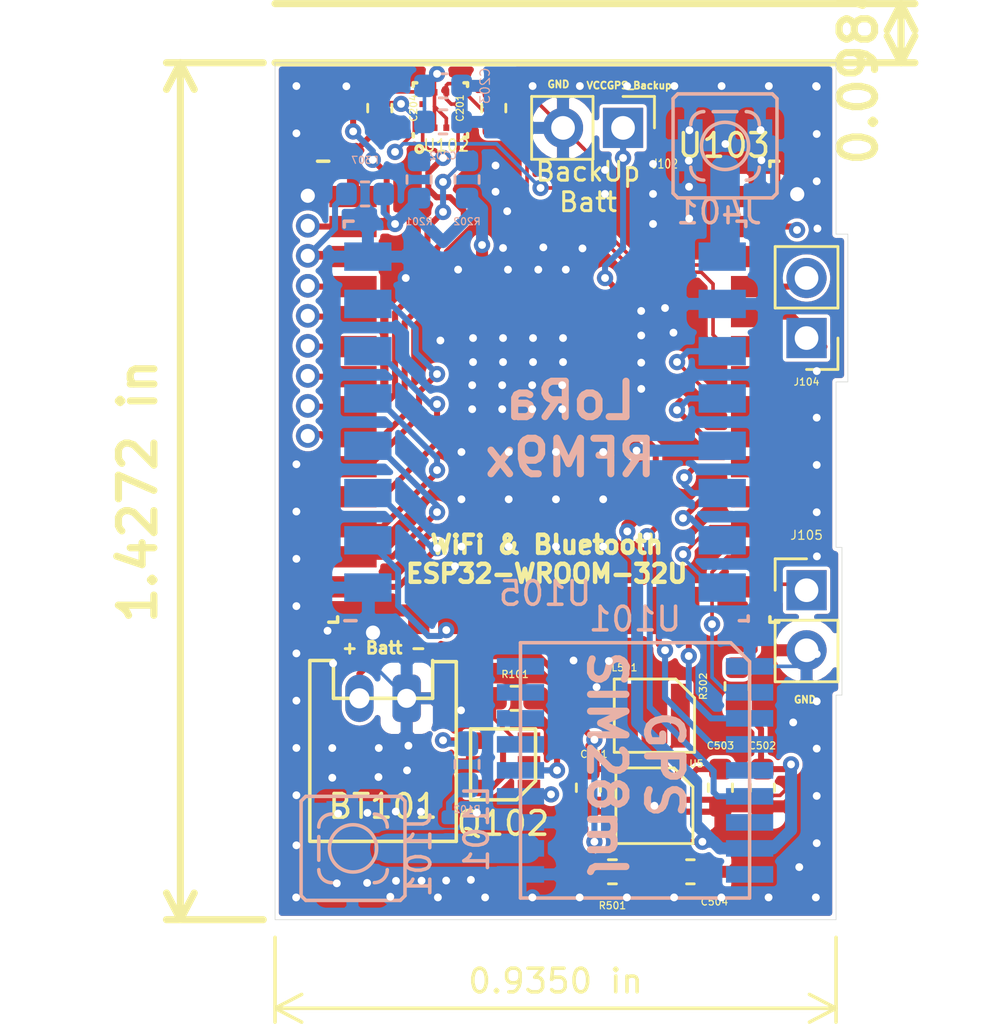
<source format=kicad_pcb>
(kicad_pcb (version 20171130) (host pcbnew "(5.0.2)-1")
  (title_block (title "Cowbell ") (date 2019-04-25) (rev v0.4))
  (layers (0 F.Cu signal) (31 B.Cu signal) (34 B.Paste user) (35 F.Paste user) (36 B.SilkS user) (37 F.SilkS user) (38 B.Mask user) (39 F.Mask user) (44 Edge.Cuts user))
  (net 0 "")
  (net 1 GND)
  (net 2 "Net-(U101-Pad15)")
  (net 3 "Net-(U101-Pad16)")
  (net 4 "Net-(U101-Pad17)")
  (net 5 "Net-(U101-Pad7)")
  (net 6 "Net-(U101-Pad18)")
  (net 7 "Net-(U101-Pad5)")
  (net 8 Tx0)
  (net 9 Rx0)
  (net 10 +3V3)
  (net 11 SCL)
  (net 12 SDA)
  (net 13 "Net-(U103-Pad32)")
  (net 14 "Net-(U103-Pad22)")
  (net 15 "Net-(U103-Pad21)")
  (net 16 "Net-(U103-Pad20)")
  (net 17 "Net-(U103-Pad19)")
  (net 18 "Net-(U103-Pad18)")
  (net 19 "Net-(U103-Pad17)")
  (net 20 "Net-(U103-Pad16)")
  (net 21 "Net-(U103-Pad14)")
  (net 22 "Net-(U103-Pad5)")
  (net 23 "Net-(U103-Pad4)")
  (net 24 "Net-(C201-Pad1)")
  (net 25 Int_MAG)
  (net 26 DRDY_MAG)
  (net 27 Timepulse)
  (net 28 Int_XL)
  (net 29 "Net-(J104-Pad2)")
  (net 30 "Net-(J104-Pad1)")
  (net 31 "Net-(J105-Pad1)")
  (net 32 /VccGPS_backup)
  (net 33 "Net-(R307-Pad2)")
  (net 34 "Net-(J401-Pad1)")
  (net 35 "Net-(U101-Pad9)")
  (net 36 "Net-(L101-Pad2)")
  (net 37 "Net-(Q102-Pad1)")
  (net 38 "Net-(Q102-Pad2)")
  (net 39 "Net-(Q102-Pad4)")
  (net 40 "Net-(Q102-Pad3)")
  (net 41 /DIO2)
  (net 42 /DIO1)
  (net 43 /DIO0)
  (net 44 /DIO4)
  (net 45 /DIO3)
  (net 46 /DIO5)
  (net 47 "Net-(U103-Pad12)")
  (net 48 "Net-(U103-Pad13)")
  (net 49 GNDN0)
  (net 50 GNDN1)
  (net 51 GNDN2)
  (net 52 "Net-(C504-Pad1)")
  (net 53 "Net-(L501-Pad2)")
  (net 54 "Net-(L501-Pad1)")
  (net 55 /Vbat)
  (net 56 "Net-(J101-Pad1)")
  (net 57 "Net-(U103-Pad11)")
  (module Emborg:ESP32-WROOM-32U (layer F.Cu) (at 127 41.715)
    (fp_text reference U103 (at 7.2 -10.415) (layer F.SilkS))
    (fp_text value ESP32-WROOM-32)
    (pad 1 smd rect (at -8.5 -8.255 90) (size 0.9 2) (layers F.Cu F.Paste F.Mask) (net 1 GND))
    (pad 2 smd rect (at -8.5 -6.985 90) (size 0.9 2) (layers F.Cu F.Paste F.Mask) (net 10 +3V3))
    (pad 3 smd rect (at -8.5 -5.715 90) (size 0.9 2) (layers F.Cu F.Paste F.Mask) (net 33 "Net-(R307-Pad2)"))
    (pad 4 smd rect (at -8.5 -4.445 90) (size 0.9 2) (layers F.Cu F.Paste F.Mask) (net 23 "Net-(U103-Pad4)"))
    (pad 5 smd rect (at -8.5 -3.175 90) (size 0.9 2) (layers F.Cu F.Paste F.Mask) (net 22 "Net-(U103-Pad5)"))
    (pad 6 smd rect (at -8.5 -1.905 90) (size 0.9 2) (layers F.Cu F.Paste F.Mask) (net 49 GNDN0))
    (pad 7 smd rect (at -8.5 -0.635 90) (size 0.9 2) (layers F.Cu F.Paste F.Mask) (net 50 GNDN1))
    (pad 8 smd rect (at -8.5 0.635 90) (size 0.9 2) (layers F.Cu F.Paste F.Mask) (net 12 SDA))
    (pad 9 smd rect (at -8.5 1.905 90) (size 0.9 2) (layers F.Cu F.Paste F.Mask) (net 11 SCL))
    (pad 10 smd rect (at -8.5 3.175 90) (size 0.9 2) (layers F.Cu F.Paste F.Mask) (net 46 /DIO5))
    (pad 11 smd rect (at -8.5 4.445 90) (size 0.9 2) (layers F.Cu F.Paste F.Mask) (net 57 "Net-(U103-Pad11)"))
    (pad 12 smd rect (at -8.5 5.715 90) (size 0.9 2) (layers F.Cu F.Paste F.Mask) (net 47 "Net-(U103-Pad12)"))
    (pad 13 smd rect (at -8.5 6.985 90) (size 0.9 2) (layers F.Cu F.Paste F.Mask) (net 48 "Net-(U103-Pad13)"))
    (pad 14 smd rect (at -8.5 8.255 90) (size 0.9 2) (layers F.Cu F.Paste F.Mask) (net 21 "Net-(U103-Pad14)"))
    (pad 15 smd rect (at -5.715 9.255) (size 0.9 2) (layers F.Cu F.Paste F.Mask) (net 1 GND))
    (pad 16 smd rect (at -4.445 9.255) (size 0.9 2) (layers F.Cu F.Paste F.Mask) (net 20 "Net-(U103-Pad16)"))
    (pad 17 smd rect (at -3.175 9.255) (size 0.9 2) (layers F.Cu F.Paste F.Mask) (net 19 "Net-(U103-Pad17)"))
    (pad 18 smd rect (at -1.905 9.255) (size 0.9 2) (layers F.Cu F.Paste F.Mask) (net 18 "Net-(U103-Pad18)"))
    (pad 19 smd rect (at -0.635 9.255) (size 0.9 2) (layers F.Cu F.Paste F.Mask) (net 17 "Net-(U103-Pad19)"))
    (pad 20 smd rect (at 0.635 9.255) (size 0.9 2) (layers F.Cu F.Paste F.Mask) (net 16 "Net-(U103-Pad20)"))
    (pad 21 smd rect (at 1.905 9.255) (size 0.9 2) (layers F.Cu F.Paste F.Mask) (net 15 "Net-(U103-Pad21)"))
    (pad 22 smd rect (at 3.175 9.255) (size 0.9 2) (layers F.Cu F.Paste F.Mask) (net 14 "Net-(U103-Pad22)"))
    (pad 23 smd rect (at 4.445 9.255) (size 0.9 2) (layers F.Cu F.Paste F.Mask) (net 27 Timepulse))
    (pad 24 smd rect (at 5.715 9.255) (size 0.9 2) (layers F.Cu F.Paste F.Mask) (net 9 Rx0))
    (pad 25 smd rect (at 8.5 8.255 90) (size 0.9 2) (layers F.Cu F.Paste F.Mask) (net 31 "Net-(J105-Pad1)"))
    (pad 26 smd rect (at 8.5 6.985 90) (size 0.9 2) (layers F.Cu F.Paste F.Mask) (net 8 Tx0))
    (pad 27 smd rect (at 8.5 5.715 90) (size 0.9 2) (layers F.Cu F.Paste F.Mask) (net 41 /DIO2))
    (pad 28 smd rect (at 8.5 4.445 90) (size 0.9 2) (layers F.Cu F.Paste F.Mask) (net 42 /DIO1))
    (pad 29 smd rect (at 8.5 3.175 90) (size 0.9 2) (layers F.Cu F.Paste F.Mask) (net 43 /DIO0))
    (pad 30 smd rect (at 8.5 1.905 90) (size 0.9 2) (layers F.Cu F.Paste F.Mask) (net 44 /DIO4))
    (pad 31 smd rect (at 8.5 0.635 90) (size 0.9 2) (layers F.Cu F.Paste F.Mask) (net 45 /DIO3))
    (pad 32 smd rect (at 8.5 -0.635 90) (size 0.9 2) (layers F.Cu F.Paste F.Mask) (net 13 "Net-(U103-Pad32)"))
    (pad 33 smd rect (at 8.5 -1.905 90) (size 0.9 2) (layers F.Cu F.Paste F.Mask) (net 25 Int_MAG))
    (pad 34 smd rect (at 8.5 -3.175 90) (size 0.9 2) (layers F.Cu F.Paste F.Mask) (net 30 "Net-(J104-Pad1)"))
    (pad 35 smd rect (at 8.5 -4.445 90) (size 0.9 2) (layers F.Cu F.Paste F.Mask) (net 29 "Net-(J104-Pad2)"))
    (pad 36 smd rect (at 8.5 -5.715 90) (size 0.9 2) (layers F.Cu F.Paste F.Mask) (net 28 Int_XL))
    (pad 37 smd rect (at 8.5 -6.985 90) (size 0.9 2) (layers F.Cu F.Paste F.Mask) (net 51 GNDN2))
    (pad 38 smd rect (at 8.5 -8.255 90) (size 0.9 2) (layers F.Cu F.Paste F.Mask) (net 1 GND))
    (pad 39 smd rect (at -1.5 -0.755) (size 5 5) (layers F.Cu F.Paste F.Mask) (net 1 GND))
  )
  (module Capacitor_SMD:C_0603_1608Metric (layer F.Cu) (at 119.634 29.718 270)
    (fp_text reference C204 (at 0 -1.43 270) (layer F.SilkS) (effects (font (size 0.3 0.3) (thickness 0.05))))
    (fp_text value 0.1µF)
    (pad 2 smd roundrect (at 0.7875 0 270) (size 0.875 0.95) (layers F.Cu F.Paste F.Mask) (net 1 GND))
    (pad 1 smd roundrect (at -0.7875 0 270) (size 0.875 0.95) (layers F.Cu F.Paste F.Mask) (net 10 +3V3))
  )
  (module Capacitor_SMD:C_0603_1608Metric (layer B.Cu) (at 122.312 28.778)
    (fp_text reference C203 (at 1.778 0 90) (layer B.SilkS) (effects (font (size 0.4 0.4) (thickness 0.05)) (justify mirror)))
    (fp_text value 0.1µF)
    (pad 2 smd roundrect (at 0.7875 0) (size 0.875 0.95) (layers B.Cu B.Paste B.Mask) (net 1 GND))
    (pad 1 smd roundrect (at -0.7875 0) (size 0.875 0.95) (layers B.Cu B.Paste B.Mask) (net 10 +3V3))
  )
  (module Capacitor_SMD:C_0603_1608Metric (layer B.Cu) (at 122.312 30.302)
    (fp_text reference C202 (at 0 1.43) (layer B.SilkS) (effects (font (size 0.3 0.3) (thickness 0.05)) (justify mirror)))
    (fp_text value 10µF)
    (pad 2 smd roundrect (at 0.7875 0) (size 0.875 0.95) (layers B.Cu B.Paste B.Mask) (net 1 GND))
    (pad 1 smd roundrect (at -0.7875 0) (size 0.875 0.95) (layers B.Cu B.Paste B.Mask) (net 10 +3V3))
  )
  (module Capacitor_SMD:C_0603_1608Metric (layer F.Cu) (at 124.46 29.718 90)
    (fp_text reference C201 (at 0 -1.43 90) (layer F.SilkS) (effects (font (size 0.3 0.3) (thickness 0.05))))
    (fp_text value 0.1µF)
    (pad 2 smd roundrect (at 0.7875 0 90) (size 0.875 0.95) (layers F.Cu F.Paste F.Mask) (net 1 GND))
    (pad 1 smd roundrect (at -0.7875 0 90) (size 0.875 0.95) (layers F.Cu F.Paste F.Mask) (net 24 "Net-(C201-Pad1)"))
  )
  (module Emborg:u.fl (layer B.Cu) (at 134.25 31.318)
    (fp_text reference J401 (at -0.254 2.794) (layer B.SilkS) (effects (justify mirror)))
    (fp_text value Conn_Coaxial)
    (pad 1 smd rect (at 0 1.5) (size 1 1.05) (layers B.Cu B.Paste B.Mask) (net 34 "Net-(J401-Pad1)"))
    (pad 2 smd rect (at -1.475 -0.025) (size 1.05 2.2) (layers B.Cu B.Paste B.Mask) (net 1 GND))
    (pad 2 smd rect (at 1.475 -0.025) (size 1.05 2.2) (layers B.Cu B.Paste B.Mask) (net 1 GND))
  )
  (module Emborg:DRC0010J (layer F.Cu) (at 131.26 59.23 180)
    (fp_text reference U5 (at -1.778 1.778) (layer F.SilkS) (effects (font (size 0.3 0.3) (thickness 0.05))))
    (fp_text value TPS63001)
    (pad 11 smd custom (at 0 0 180) (size 0.26 0.26) (layers F.Cu F.Paste F.Mask) (net 1 GND) (options (clearance outline) (anchor circle)) (primitives (gr_poly (pts (xy 1.15 0.775) (xy 1.15 0.325) (xy 1.65 0.325) (xy 1.65 0.175) (xy 1.15 0.175) (xy 1.15 -0.175) (xy 1.65 -0.175) (xy 1.65 -0.325) (xy 1.15 -0.325) (xy 1.15 -0.775) (xy -1.15 -0.775) (xy -1.15 -0.325) (xy -1.65 -0.325) (xy -1.65 -0.175) (xy -1.15 -0.175) (xy -1.15 0.175) (xy -1.65 0.175) (xy -1.65 0.325) (xy -1.15 0.325) (xy -1.15 0.775)) (width 0.1))))
    (pad 5 smd roundrect (at 1 1.4 180) (size 0.26 0.6) (layers F.Cu F.Paste F.Mask) (roundrect_rratio 0.192) (net 55 /Vbat))
    (pad 6 smd roundrect (at 1 -1.4 180) (size 0.26 0.6) (layers F.Cu F.Paste F.Mask) (roundrect_rratio 0.192) (net 52 "Net-(C504-Pad1)"))
    (pad 4 smd roundrect (at 0.5 1.4 180) (size 0.26 0.6) (layers F.Cu F.Paste F.Mask) (roundrect_rratio 0.192) (net 53 "Net-(L501-Pad2)"))
    (pad 7 smd roundrect (at 0.5 -1.4 180) (size 0.26 0.6) (layers F.Cu F.Paste F.Mask) (roundrect_rratio 0.192) (net 1 GND))
    (pad 3 smd roundrect (at 0 1.4 180) (size 0.26 0.6) (layers F.Cu F.Paste F.Mask) (roundrect_rratio 0.192) (net 1 GND))
    (pad 8 smd roundrect (at 0 -1.4 180) (size 0.26 0.6) (layers F.Cu F.Paste F.Mask) (roundrect_rratio 0.192) (net 52 "Net-(C504-Pad1)"))
    (pad 2 smd roundrect (at -0.5 1.4 180) (size 0.26 0.6) (layers F.Cu F.Paste F.Mask) (roundrect_rratio 0.192) (net 54 "Net-(L501-Pad1)"))
    (pad 9 smd roundrect (at -0.5 -1.4 180) (size 0.26 0.6) (layers F.Cu F.Paste F.Mask) (roundrect_rratio 0.192) (net 1 GND))
    (pad 1 smd roundrect (at -1 1.4 180) (size 0.26 0.6) (layers F.Cu F.Paste F.Mask) (roundrect_rratio 0.192) (net 10 +3V3))
    (pad 10 smd roundrect (at -1 -1.4 180) (size 0.26 0.6) (layers F.Cu F.Paste F.Mask) (roundrect_rratio 0.192) (net 10 +3V3))
  )
  (module Resistor_SMD:R_0603_1608Metric_Pad1.05x0.95mm_HandSolder (layer F.Cu) (at 129.482 62.024 180)
    (fp_text reference R501 (at 0 -1.43 180) (layer F.SilkS) (effects (font (size 0.3 0.3) (thickness 0.05))))
    (fp_text value 100)
    (pad 2 smd roundrect (at 0.875 0 180) (size 1.05 0.95) (layers F.Cu F.Paste F.Mask) (net 55 /Vbat))
    (pad 1 smd roundrect (at -0.875 0 180) (size 1.05 0.95) (layers F.Cu F.Paste F.Mask) (net 52 "Net-(C504-Pad1)"))
  )
  (module Emborg:NR3015 (layer F.Cu) (at 131.26 55.42 180)
    (fp_text reference L501 (at 1.27 2.032 180) (layer F.SilkS) (effects (font (size 0.3 0.3) (thickness 0.05))))
    (fp_text value 2.2µH)
    (pad 2 smd rect (at 1.1 0 180) (size 0.8 2.7) (layers F.Cu F.Paste F.Mask) (net 53 "Net-(L501-Pad2)"))
    (pad 1 smd rect (at -1.1 0 180) (size 0.8 2.7) (layers F.Cu F.Paste F.Mask) (net 54 "Net-(L501-Pad1)"))
  )
  (module Capacitor_SMD:C_0603_1608Metric (layer F.Cu) (at 132.784 62.024)
    (fp_text reference C504 (at 1.016 1.27) (layer F.SilkS) (effects (font (size 0.3 0.3) (thickness 0.05))))
    (fp_text value 0.1µF)
    (pad 2 smd roundrect (at 0.7875 0) (size 0.875 0.95) (layers F.Cu F.Paste F.Mask) (net 1 GND))
    (pad 1 smd roundrect (at -0.7875 0) (size 0.875 0.95) (layers F.Cu F.Paste F.Mask) (net 52 "Net-(C504-Pad1)"))
  )
  (module Capacitor_SMD:C_0603_1608Metric (layer F.Cu) (at 134.054 58.468 270)
    (fp_text reference C503 (at -1.778 0 180) (layer F.SilkS) (effects (font (size 0.3 0.3) (thickness 0.05))))
    (fp_text value 10µF hide)
    (pad 2 smd roundrect (at 0.7875 0 270) (size 0.875 0.95) (layers F.Cu F.Paste F.Mask) (net 1 GND))
    (pad 1 smd roundrect (at -0.7875 0 270) (size 0.875 0.95) (layers F.Cu F.Paste F.Mask) (net 10 +3V3))
  )
  (module Capacitor_SMD:C_0603_1608Metric (layer F.Cu) (at 135.832 58.468 270)
    (fp_text reference C502 (at -1.778 0) (layer F.SilkS) (effects (font (size 0.3 0.3) (thickness 0.05))))
    (fp_text value 10µF hide)
    (pad 2 smd roundrect (at 0.7875 0 270) (size 0.875 0.95) (layers F.Cu F.Paste F.Mask) (net 1 GND))
    (pad 1 smd roundrect (at -0.7875 0 270) (size 0.875 0.95) (layers F.Cu F.Paste F.Mask) (net 10 +3V3))
  )
  (module Capacitor_SMD:C_0603_1608Metric (layer F.Cu) (at 128.466 58.468 270)
    (fp_text reference C501 (at -1.418 -0.234) (layer F.SilkS) (effects (font (size 0.3 0.3) (thickness 0.05))))
    (fp_text value 10µF)
    (pad 2 smd roundrect (at 0.7875 0 270) (size 0.875 0.95) (layers F.Cu F.Paste F.Mask) (net 1 GND))
    (pad 1 smd roundrect (at -0.7875 0 270) (size 0.875 0.95) (layers F.Cu F.Paste F.Mask) (net 55 /Vbat))
  )
  (module Emborg:SIM28ML (layer B.Cu) (at 130.44 57.734 270)
    (fp_text reference U101 (at -6.4 0 180) (layer B.SilkS) (effects (justify mirror)))
    (fp_text value SIM28ML)
    (pad 9 smd rect (at 4.4 -4.85 270) (size 0.7 2) (layers B.Cu B.Paste B.Mask) (net 35 "Net-(U101-Pad9)"))
    (pad 10 smd rect (at 4.4 4.85 270) (size 0.7 2) (layers B.Cu B.Paste B.Mask) (net 1 GND))
    (pad 8 smd rect (at 3.3 -4.85 270) (size 0.7 2) (layers B.Cu B.Paste B.Mask) (net 10 +3V3))
    (pad 11 smd rect (at 3.3 4.85 270) (size 0.7 2) (layers B.Cu B.Paste B.Mask) (net 56 "Net-(J101-Pad1)"))
    (pad 7 smd rect (at 2.2 -4.85 270) (size 0.7 2) (layers B.Cu B.Paste B.Mask) (net 5 "Net-(U101-Pad7)"))
    (pad 12 smd rect (at 2.2 4.85 270) (size 0.7 2) (layers B.Cu B.Paste B.Mask) (net 1 GND))
    (pad 6 smd rect (at 1.1 -4.85 270) (size 0.7 2) (layers B.Cu B.Paste B.Mask) (net 32 /VccGPS_backup))
    (pad 13 smd rect (at 1.1 4.85 270) (size 0.7 2) (layers B.Cu B.Paste B.Mask) (net 37 "Net-(Q102-Pad1)"))
    (pad 5 smd rect (at 0 -4.85 270) (size 0.7 2) (layers B.Cu B.Paste B.Mask) (net 7 "Net-(U101-Pad5)"))
    (pad 14 smd rect (at 0 4.85 270) (size 0.7 2) (layers B.Cu B.Paste B.Mask) (net 38 "Net-(Q102-Pad2)"))
    (pad 4 smd rect (at -1.1 -4.85 270) (size 0.7 2) (layers B.Cu B.Paste B.Mask) (net 27 Timepulse))
    (pad 15 smd rect (at -1.1 4.85 270) (size 0.7 2) (layers B.Cu B.Paste B.Mask) (net 2 "Net-(U101-Pad15)"))
    (pad 3 smd rect (at -2.2 -4.85 270) (size 0.7 2) (layers B.Cu B.Paste B.Mask) (net 9 Rx0))
    (pad 16 smd rect (at -2.2 4.85 270) (size 0.7 2) (layers B.Cu B.Paste B.Mask) (net 3 "Net-(U101-Pad16)"))
    (pad 2 smd rect (at -3.3 -4.85 270) (size 0.7 2) (layers B.Cu B.Paste B.Mask) (net 8 Tx0))
    (pad 17 smd rect (at -3.3 4.85 270) (size 0.7 2) (layers B.Cu B.Paste B.Mask) (net 4 "Net-(U101-Pad17)"))
    (pad 1 smd rect (at -4.4 -4.85 270) (size 0.7 2) (layers B.Cu B.Paste B.Mask) (net 1 GND))
    (pad 18 smd rect (at -4.4 4.85 270) (size 0.7 2) (layers B.Cu B.Paste B.Mask) (net 6 "Net-(U101-Pad18)"))
  )
  (module Emborg:RFM95 (layer B.Cu) (at 126.63 43.002)
    (fp_text reference U105 (at 0 7.25) (layer B.SilkS) (effects (justify mirror)))
    (fp_text value RFM9x)
    (pad 1 smd rect (at -7.5 7 270) (size 1.2 2) (layers B.Cu B.Paste B.Mask) (net 1 GND))
    (pad 2 smd rect (at -7.5 5 270) (size 1.2 2) (layers B.Cu B.Paste B.Mask) (net 20 "Net-(U103-Pad16)"))
    (pad 3 smd rect (at -7.5 3 270) (size 1.2 2) (layers B.Cu B.Paste B.Mask) (net 21 "Net-(U103-Pad14)"))
    (pad 4 smd rect (at -7.5 1 270) (size 1.2 2) (layers B.Cu B.Paste B.Mask) (net 48 "Net-(U103-Pad13)"))
    (pad 5 smd rect (at -7.5 -1 270) (size 1.2 2) (layers B.Cu B.Paste B.Mask) (net 47 "Net-(U103-Pad12)"))
    (pad 6 smd rect (at -7.5 -3 270) (size 1.2 2) (layers B.Cu B.Paste B.Mask) (net 57 "Net-(U103-Pad11)"))
    (pad 7 smd rect (at -7.5 -5 270) (size 1.2 2) (layers B.Cu B.Paste B.Mask) (net 46 /DIO5))
    (pad 8 smd rect (at -7.5 -7 270) (size 1.2 2) (layers B.Cu B.Paste B.Mask) (net 1 GND))
    (pad 9 smd rect (at 7.5 -7 270) (size 1.2 2) (layers B.Cu B.Paste B.Mask) (net 34 "Net-(J401-Pad1)"))
    (pad 10 smd rect (at 7.5 -5 270) (size 1.2 2) (layers B.Cu B.Paste B.Mask) (net 1 GND))
    (pad 11 smd rect (at 7.5 -3 270) (size 1.2 2) (layers B.Cu B.Paste B.Mask) (net 45 /DIO3))
    (pad 12 smd rect (at 7.5 -1 270) (size 1.2 2) (layers B.Cu B.Paste B.Mask) (net 44 /DIO4))
    (pad 13 smd rect (at 7.5 1 270) (size 1.2 2) (layers B.Cu B.Paste B.Mask) (net 10 +3V3))
    (pad 14 smd rect (at 7.5 3 270) (size 1.2 2) (layers B.Cu B.Paste B.Mask) (net 43 /DIO0))
    (pad 15 smd rect (at 7.5 5 270) (size 1.2 2) (layers B.Cu B.Paste B.Mask) (net 42 /DIO1))
    (pad 16 smd rect (at 7.5 7 90) (size 1.2 2) (layers B.Cu B.Paste B.Mask) (net 41 /DIO2))
  )
  (module Emborg:DMG6601LVT (layer F.Cu) (at 124.852 57.48 90)
    (fp_text reference Q102 (at -2.5 0 180) (layer F.SilkS))
    (fp_text value SOT-23-6)
    (pad 3 smd rect (at 1 1.1 90) (size 0.7 0.95) (layers F.Cu F.Paste F.Mask) (net 40 "Net-(Q102-Pad3)"))
    (pad 4 smd rect (at 1 -1.1 90) (size 0.7 0.95) (layers F.Cu F.Paste F.Mask) (net 39 "Net-(Q102-Pad4)"))
    (pad 2 smd rect (at 0 1.1 90) (size 0.7 0.95) (layers F.Cu F.Paste F.Mask) (net 38 "Net-(Q102-Pad2)"))
    (pad 5 smd rect (at 0 -1.1 90) (size 0.7 0.95) (layers F.Cu F.Paste F.Mask) (net 1 GND))
    (pad 1 smd rect (at -1 1.1 90) (size 0.7 0.95) (layers F.Cu F.Paste F.Mask) (net 37 "Net-(Q102-Pad1)"))
    (pad 6 smd rect (at -1 -1.1 90) (size 0.7 0.95) (layers F.Cu F.Paste F.Mask) (net 40 "Net-(Q102-Pad3)"))
  )
  (module Resistor_SMD:R_0603_1608Metric_Pad1.05x0.95mm_HandSolder (layer F.Cu) (at 125.36 54.686 180)
    (fp_text reference R101 (at 0 1.016 180) (layer F.SilkS) (effects (font (size 0.3 0.3) (thickness 0.05))))
    (fp_text value 10k)
    (pad 2 smd roundrect (at 0.875 0 180) (size 1.05 0.95) (layers F.Cu F.Paste F.Mask) (net 40 "Net-(Q102-Pad3)"))
    (pad 1 smd roundrect (at -0.875 0 180) (size 1.05 0.95) (layers F.Cu F.Paste F.Mask) (net 38 "Net-(Q102-Pad2)"))
  )
  (module Emborg:u.fl (layer B.Cu) (at 118.502 61.034 90)
    (fp_text reference J101 (at -0.254 2.794 90) (layer B.SilkS) (effects (justify mirror)))
    (fp_text value Conn_Coaxial)
    (pad 1 smd rect (at 0 1.5 90) (size 1 1.05) (layers B.Cu B.Paste B.Mask) (net 56 "Net-(J101-Pad1)"))
    (pad 2 smd rect (at -1.475 -0.025 90) (size 1.05 2.2) (layers B.Cu B.Paste B.Mask) (net 1 GND))
    (pad 2 smd rect (at 1.475 -0.025 90) (size 1.05 2.2) (layers B.Cu B.Paste B.Mask) (net 1 GND))
  )
  (module Inductor_SMD:L_0402_1005Metric (layer B.Cu) (at 122.566 60.20288 90)
    (fp_text reference L101 (at 0 1.17 90) (layer B.SilkS) (effects (justify mirror)))
    (fp_text value >27nH)
    (pad 2 smd roundrect (at 0.485 0 90) (size 0.59 0.64) (layers B.Cu B.Paste B.Mask) (net 36 "Net-(L101-Pad2)"))
    (pad 1 smd roundrect (at -0.485 0 90) (size 0.59 0.64) (layers B.Cu B.Paste B.Mask) (net 56 "Net-(J101-Pad1)"))
  )
  (module Resistor_SMD:R_0603_1608Metric_Pad1.05x0.95mm_HandSolder (layer B.Cu) (at 123.328 57.48 90)
    (fp_text reference R102 (at -1.905 0 -180) (layer B.SilkS) (effects (font (size 0.3 0.3) (thickness 0.05)) (justify mirror)))
    (fp_text value 10ohm)
    (pad 2 smd roundrect (at 0.875 0 90) (size 1.05 0.95) (layers B.Cu B.Paste B.Mask) (net 39 "Net-(Q102-Pad4)"))
    (pad 1 smd roundrect (at -0.875 0 90) (size 1.05 0.95) (layers B.Cu B.Paste B.Mask) (net 36 "Net-(L101-Pad2)"))
  )
  (module Resistor_SMD:R_0603_1608Metric (layer B.Cu) (at 121.296 32.7404 270)
    (fp_text reference R201 (at 1.778 0) (layer B.SilkS) (effects (font (size 0.3 0.3) (thickness 0.05)) (justify mirror)))
    (fp_text value 2k2)
    (pad 2 smd roundrect (at 0.7875 0 270) (size 0.875 0.95) (layers B.Cu B.Paste B.Mask) (net 10 +3V3))
    (pad 1 smd roundrect (at -0.7875 0 270) (size 0.875 0.95) (layers B.Cu B.Paste B.Mask) (net 11 SCL))
  )
  (module Resistor_SMD:R_0603_1608Metric (layer B.Cu) (at 123.328 32.7404 90)
    (fp_text reference R202 (at -1.778 0 180) (layer B.SilkS) (effects (font (size 0.3 0.3) (thickness 0.05)) (justify mirror)))
    (fp_text value 2k2)
    (pad 2 smd roundrect (at 0.7875 0 90) (size 0.875 0.95) (layers B.Cu B.Paste B.Mask) (net 12 SDA))
    (pad 1 smd roundrect (at -0.7875 0 90) (size 0.875 0.95) (layers B.Cu B.Paste B.Mask) (net 10 +3V3))
  )
  (module Resistor_SMD:R_0603_1608Metric (layer F.Cu) (at 134.758 54.178 90)
    (fp_text reference R302 (at 0 -1.43 90) (layer F.SilkS) (effects (font (size 0.3 0.3) (thickness 0.05))))
    (fp_text value 2k2)
    (pad 2 smd roundrect (at 0.7875 0 90) (size 0.875 0.95) (layers F.Cu F.Paste F.Mask) (net 31 "Net-(J105-Pad1)"))
    (pad 1 smd roundrect (at -0.7875 0 90) (size 0.875 0.95) (layers F.Cu F.Paste F.Mask) (net 10 +3V3))
  )
  (module Resistor_SMD:R_0603_1608Metric (layer B.Cu) (at 119.01 33.35 180)
    (fp_text reference R307 (at 0 1.43 180) (layer B.SilkS) (effects (font (size 0.3 0.3) (thickness 0.05)) (justify mirror)))
    (fp_text value 2k2)
    (pad 2 smd roundrect (at 0.7875 0 180) (size 0.875 0.95) (layers B.Cu B.Paste B.Mask) (net 33 "Net-(R307-Pad2)"))
    (pad 1 smd roundrect (at -0.7875 0 180) (size 0.875 0.95) (layers B.Cu B.Paste B.Mask) (net 10 +3V3))
  )
  (module Emborg:batt_Connector (layer F.Cu) (at 119.772 54.686 180)
    (fp_text reference BT101 (at 0 -4.572 180) (layer F.SilkS))
    (fp_text value Battery_Cell)
    (pad 1 thru_hole oval (at 1 0 180) (size 1.2 2) (drill 0.85) (layers *.Cu *.Mask) (net 55 /Vbat))
    (pad 2 thru_hole roundrect (at -1 0 180) (size 1.2 2) (drill 0.805) (layers *.Cu *.Mask) (net 1 GND))
  )
  (module Emborg:QFN-12_2x2_lsm303c (layer F.Cu) (at 122.2 29.8 90)
    (fp_text reference U102 (at -1.5 0.25 180) (layer F.SilkS) (effects (font (size 0.5 0.5) (thickness 0.075))))
    (fp_text value LSM303C)
    (pad 12 smd rect (at -0.25 -0.75 90) (size 0.25 0.275) (layers F.Cu F.Paste F.Mask) (net 28 Int_XL))
    (pad 11 smd rect (at 0.25 -0.75 90) (size 0.25 0.275) (layers F.Cu F.Paste F.Mask) (net 26 DRDY_MAG))
    (pad 10 smd rect (at 0.75 -0.75 180) (size 0.25 0.275) (layers F.Cu F.Paste F.Mask) (net 10 +3V3))
    (pad 9 smd rect (at 0.75 -0.25 180) (size 0.25 0.275) (layers F.Cu F.Paste F.Mask) (net 10 +3V3))
    (pad 8 smd rect (at 0.75 0.25 180) (size 0.25 0.275) (layers F.Cu F.Paste F.Mask) (net 1 GND))
    (pad 7 smd rect (at 0.75 0.75 180) (size 0.25 0.275) (layers F.Cu F.Paste F.Mask) (net 25 Int_MAG))
    (pad 6 smd rect (at 0.25 0.75 90) (size 0.25 0.275) (layers F.Cu F.Paste F.Mask) (net 1 GND))
    (pad 5 smd rect (at -0.25 0.75 90) (size 0.25 0.275) (layers F.Cu F.Paste F.Mask) (net 24 "Net-(C201-Pad1)"))
    (pad 4 smd rect (at -0.75 0.75 180) (size 0.25 0.275) (layers F.Cu F.Paste F.Mask) (net 12 SDA))
    (pad 3 smd rect (at -0.75 0.25 180) (size 0.25 0.275) (layers F.Cu F.Paste F.Mask) (net 10 +3V3))
    (pad 2 smd rect (at -0.75 -0.25 180) (size 0.25 0.275) (layers F.Cu F.Paste F.Mask) (net 10 +3V3))
    (pad 1 smd rect (at -0.75 -0.75 180) (size 0.25 0.275) (layers F.Cu F.Paste F.Mask) (net 11 SCL))
  )
  (module Pin_Headers:Pin_Header_Straight_1x02_Pitch2.54mm (layer F.Cu) (at 137.7 50.114)
    (fp_text reference J105 (at 0 -2.33) (layer F.SilkS) (effects (font (size 0.381 0.381) (thickness 0.0508))))
    (fp_text value Conn_01x02_Male)
    (pad 2 thru_hole oval (at 0 2.54) (size 1.7 1.7) (drill 1) (layers *.Cu *.Mask) (net 1 GND))
    (pad 1 thru_hole rect (at 0 0) (size 1.7 1.7) (drill 1) (layers *.Cu *.Mask) (net 31 "Net-(J105-Pad1)"))
  )
  (module Pin_Headers:Pin_Header_Straight_1x02_Pitch2.54mm (layer F.Cu) (at 129.932 30.556 270)
    (fp_text reference J102 (at 1.524 -1.778 180) (layer F.SilkS) (effects (font (size 0.381 0.3) (thickness 0.0508))))
    (fp_text value Conn_01x02_Male)
    (pad 2 thru_hole oval (at 0 2.54 270) (size 1.7 1.7) (drill 1) (layers *.Cu *.Mask) (net 1 GND))
    (pad 1 thru_hole rect (at 0 0 270) (size 1.7 1.7) (drill 1) (layers *.Cu *.Mask) (net 32 /VccGPS_backup))
  )
  (module Pin_Headers:Pin_Header_Straight_1x02_Pitch2.54mm (layer F.Cu) (at 137.7 39.446 180)
    (fp_text reference J104 (at 0 -1.854 180) (layer F.SilkS) (effects (font (size 0.3 0.3) (thickness 0.05))))
    (fp_text value Conn_01x02_Male)
    (pad 1 thru_hole rect (at 0 0 180) (size 1.7 1.7) (drill 1) (layers *.Cu *.Mask) (net 30 "Net-(J104-Pad1)"))
    (pad 2 thru_hole oval (at 0 2.54 180) (size 1.7 1.7) (drill 1) (layers *.Cu *.Mask) (net 29 "Net-(J104-Pad2)"))
  )
  (gr_text GND (at 137.63328 54.74188) (layer F.SilkS) (effects (font (size 0.3 0.3) (thickness 0.075))))
  (gr_text VCCGPS_Backup (at 130.18854 28.76276) (layer F.SilkS) (effects (font (size 0.3 0.3) (thickness 0.075))))
  (gr_text GND (at 127.19642 28.71196) (layer F.SilkS) (effects (font (size 0.3 0.3) (thickness 0.075))))
  (dimension 2.5 (width 0.3) (layer F.SilkS) (gr_text "2.500 mm" (at 143.8 26.55 270) (layer F.SilkS) (effects (font (size 1.5 1.5) (thickness 0.3)))) (feature1 (pts (xy 115.2 27.8) (xy 142.286421 27.8))) (feature2 (pts (xy 115.2 25.3) (xy 142.286421 25.3))) (crossbar (pts (xy 141.7 25.3) (xy 141.7 27.8))) (arrow1a (pts (xy 141.7 27.8) (xy 141.113579 26.673496))) (arrow1b (pts (xy 141.7 27.8) (xy 142.286421 26.673496))) (arrow2a (pts (xy 141.7 25.3) (xy 141.113579 26.426504))) (arrow2b (pts (xy 141.7 25.3) (xy 142.286421 26.426504))))
  (dimension 23.75 (width 0.15) (layer F.SilkS) (gr_text "23.750 mm" (at 127.075 69.096976) (layer F.SilkS) (effects (font (size 1 1) (thickness 0.15)))) (feature1 (pts (xy 138.95 64.8) (xy 138.95 68.383397))) (feature2 (pts (xy 115.2 64.8) (xy 115.2 68.383397))) (crossbar (pts (xy 115.2 67.796976) (xy 138.95 67.796976))) (arrow1a (pts (xy 138.95 67.796976) (xy 137.823496 68.383397))) (arrow1b (pts (xy 138.95 67.796976) (xy 137.823496 67.210555))) (arrow2a (pts (xy 115.2 67.796976) (xy 116.326504 68.383397))) (arrow2b (pts (xy 115.2 67.796976) (xy 116.326504 67.210555))))
  (gr_line (start 138.95 35.05) (end 138.95 27.8) (layer Edge.Cuts) (width 0.0254))
  (gr_line (start 138.95 35.05) (end 139.45 35.05) (layer Edge.Cuts) (width 0.0254))
  (gr_line (start 139.45 41.3) (end 139.45 35.05) (layer Edge.Cuts) (width 0.0254))
  (gr_line (start 138.95 48.3) (end 138.95 41.3) (layer Edge.Cuts) (width 0.0254))
  (gr_line (start 139.2 48.3) (end 138.95 48.3) (layer Edge.Cuts) (width 0.0254))
  (gr_line (start 139.2 54.55) (end 139.2 48.3) (layer Edge.Cuts) (width 0.0254))
  (gr_line (start 138.95 54.55) (end 139.2 54.55) (layer Edge.Cuts) (width 0.0254))
  (gr_line (start 138.95 41.3) (end 139.45 41.3) (layer Edge.Cuts) (width 0.0254))
  (gr_text "+ Batt -" (at 119.81518 52.5524) (layer F.SilkS) (effects (font (size 0.5 0.5) (thickness 0.125))))
  (gr_text "BackUp\nBatt" (at 128.45 33.05) (layer F.SilkS) (effects (font (size 0.8 0.8) (thickness 0.125))))
  (gr_text "GPS\nSIM28ml" (at 130.44 57.48 270) (layer B.SilkS) (effects (font (size 1.5 1.5) (thickness 0.3))))
  (gr_text "WiFi & Bluetooth\nESP32-WROOM-32U" (at 126.7 48.8) (layer F.SilkS) (effects (font (size 0.762 0.762) (thickness 0.1905))))
  (gr_text "LoRa\nRFM9x\n" (at 127.7 43.3) (layer B.SilkS) (effects (font (size 1.5 1.5) (thickness 0.3)) (justify mirror)))
  (gr_line (start 115.2 27.8) (end 115.2 64.05) (layer Edge.Cuts) (width 0.0254))
  (gr_line (start 138.95 27.8) (end 115.2 27.8) (layer Edge.Cuts) (width 0.0254))
  (gr_line (start 138.95 64.05) (end 138.95 54.55) (layer Edge.Cuts) (width 0.0254))
  (gr_line (start 115.2 64.05) (end 138.95 64.05) (layer Edge.Cuts) (width 0.0254))
  (dimension 36.25 (width 0.3) (layer F.SilkS) (gr_text "36.250 mm" (at 109.092308 45.925 270) (layer F.SilkS) (effects (font (size 1.5 1.5) (thickness 0.3)))) (feature1 (pts (xy 114.7 64.05) (xy 110.605887 64.05))) (feature2 (pts (xy 114.7 27.8) (xy 110.605887 27.8))) (crossbar (pts (xy 111.192308 27.8) (xy 111.192308 64.05))) (arrow1a (pts (xy 111.192308 64.05) (xy 110.605887 62.923496))) (arrow1b (pts (xy 111.192308 64.05) (xy 111.778729 62.923496))) (arrow2a (pts (xy 111.192308 27.8) (xy 110.605887 28.926504))) (arrow2b (pts (xy 111.192308 27.8) (xy 111.778729 28.926504))))
  (via (at 117.87208 59.56026) (size 0.6858) (drill 0.3302) (layers F.Cu B.Cu) (net 1))
  (via (at 117.81366 62.51174) (size 0.6858) (drill 0.3302) (layers F.Cu B.Cu) (net 1))
  (via (at 135.78924 31.92506) (size 0.6858) (drill 0.3302) (layers F.Cu B.Cu) (net 1))
  (via (at 135.75368 30.6449) (size 0.6858) (drill 0.3302) (layers F.Cu B.Cu) (net 1))
  (via (at 132.71584 31.94284) (size 0.6858) (drill 0.3302) (layers F.Cu B.Cu) (net 1))
  (via (at 132.74124 30.65506) (size 0.6858) (drill 0.3302) (layers F.Cu B.Cu) (net 1))
  (via (at 124.81644 42.4559) (size 0.6858) (drill 0.3302) (layers F.Cu B.Cu) (net 1))
  (via (at 127.35644 41.4399) (size 0.6858) (drill 0.3302) (layers F.Cu B.Cu) (net 1))
  (via (at 124.81644 41.4399) (size 0.6858) (drill 0.3302) (layers F.Cu B.Cu) (net 1))
  (via (at 123.54644 41.4399) (size 0.6858) (drill 0.3302) (layers F.Cu B.Cu) (net 1))
  (via (at 126.08644 41.4399) (size 0.6858) (drill 0.3302) (layers F.Cu B.Cu) (net 1))
  (via (at 127.35644 42.4559) (size 0.6858) (drill 0.3302) (layers F.Cu B.Cu) (net 1))
  (via (at 123.54644 42.4559) (size 0.6858) (drill 0.3302) (layers F.Cu B.Cu) (net 1))
  (via (at 126.08644 42.4559) (size 0.6858) (drill 0.3302) (layers F.Cu B.Cu) (net 1))
  (via (at 132.726 33.0452) (size 0.6858) (drill 0.3302) (layers F.Cu B.Cu) (net 1))
  (via (at 124.852 39.446) (size 0.6858) (drill 0.3302) (layers F.Cu B.Cu) (net 1))
  (via (at 130.7 38.3) (size 0.6858) (drill 0.3302) (layers F.Cu B.Cu) (net 1))
  (via (at 126.122 39.446) (size 0.6858) (drill 0.3302) (layers F.Cu B.Cu) (net 1))
  (via (at 130.70162 40.4874) (size 0.6858) (drill 0.3302) (layers F.Cu B.Cu) (net 1))
  (via (at 127.392 40.462) (size 0.6858) (drill 0.3302) (layers F.Cu B.Cu) (net 1))
  (via (at 126.122 40.462) (size 0.6858) (drill 0.3302) (layers F.Cu B.Cu) (net 1))
  (via (at 130.70162 39.33678) (size 0.6858) (drill 0.3302) (layers F.Cu B.Cu) (net 1))
  (via (at 131.71 38.176) (size 0.6858) (drill 0.3302) (layers F.Cu B.Cu) (net 1))
  (via (at 122.2 39.55) (size 0.6858) (drill 0.3302) (layers F.Cu B.Cu) (net 1))
  (via (at 117.62316 58.04642) (size 0.6858) (drill 0.3302) (layers F.Cu B.Cu) (net 1))
  (segment (start 119.286 62.61) (end 119.10144 62.61) (width 0.508) (layer B.Cu) (net 1))
  (segment (start 123.119958 62.405) (end 123.119958 62.405) (width 0.508) (layer B.Cu) (net 1))
  (segment (start 125.844 62.134) (end 123.390958 62.134) (width 0.508) (layer B.Cu) (net 1))
  (segment (start 123.390958 62.134) (end 123.119958 62.405) (width 0.508) (layer B.Cu) (net 1))
  (via (at 120.31048 59.4739) (size 0.6858) (drill 0.3302) (layers F.Cu B.Cu) (net 1))
  (segment (start 118.557 59.639) (end 118.557 59.639) (width 0.508) (layer B.Cu) (net 1))
  (segment (start 121.423 59.447652) (end 121.423 59.512) (width 0.508) (layer B.Cu) (net 1))
  (via (at 123.73948 59.52216) (size 0.6858) (drill 0.3302) (layers F.Cu B.Cu) (net 1))
  (segment (start 119.6024 35.55) (end 119.2 35.55) (width 0.1524) (layer B.Cu) (net 1))
  (segment (start 135.694 38.002) (end 134.13 38.002) (width 0.254) (layer B.Cu) (net 1))
  (segment (start 136.282 37.414) (end 135.694 38.002) (width 0.254) (layer B.Cu) (net 1))
  (segment (start 136.282 31) (end 136.282 37.414) (width 0.254) (layer B.Cu) (net 1))
  (segment (start 132.179899 31.342899) (end 132.179899 37.629899) (width 0.254) (layer B.Cu) (net 1))
  (segment (start 132.552 38.002) (end 134.13 38.002) (width 0.254) (layer B.Cu) (net 1))
  (segment (start 132.179899 37.629899) (end 132.552 38.002) (width 0.254) (layer B.Cu) (net 1))
  (via (at 123.582 40.462) (size 0.6858) (drill 0.3302) (layers F.Cu B.Cu) (net 1))
  (via (at 124.852 40.462) (size 0.6858) (drill 0.3302) (layers F.Cu B.Cu) (net 1))
  (via (at 127.392 39.446) (size 0.6858) (drill 0.3302) (layers F.Cu B.Cu) (net 1))
  (via (at 131.202 32.08) (size 0.6858) (drill 0.3302) (layers F.Cu B.Cu) (net 1))
  (via (at 131.202 33.35) (size 0.6858) (drill 0.3302) (layers F.Cu B.Cu) (net 1))
  (via (at 131.202 34.62) (size 0.6858) (drill 0.3302) (layers F.Cu B.Cu) (net 1))
  (via (at 123.582 39.446) (size 0.6858) (drill 0.3302) (layers F.Cu B.Cu) (net 1))
  (via (at 124.852 35.636) (size 0.6858) (drill 0.3302) (layers F.Cu B.Cu) (net 1))
  (segment (start 121.297601 59.386601) (end 121.423 59.512) (width 0.1524) (layer B.Cu) (net 1))
  (via (at 116.586 33.4264) (size 1) (drill 0.6) (layers F.Cu B.Cu) (net 1))
  (segment (start 116.6196 33.46) (end 116.586 33.4264) (width 0.254) (layer F.Cu) (net 1))
  (segment (start 118.5 33.46) (end 116.6196 33.46) (width 0.254) (layer F.Cu) (net 1))
  (segment (start 131.76 59.73) (end 131.26 59.23) (width 0.1524) (layer F.Cu) (net 1))
  (segment (start 131.76 60.63) (end 131.76 59.73) (width 0.1524) (layer F.Cu) (net 1))
  (segment (start 130.76 59.73) (end 131.26 59.23) (width 0.1524) (layer F.Cu) (net 1))
  (segment (start 130.76 60.63) (end 130.76 59.73) (width 0.1524) (layer F.Cu) (net 1))
  (segment (start 134.054 59.2555) (end 133.7745 59.2555) (width 0.254) (layer F.Cu) (net 1))
  (segment (start 133.546 59.484) (end 133.038 59.484) (width 0.254) (layer F.Cu) (net 1))
  (segment (start 134.054 59.2555) (end 133.8255 59.2555) (width 0.254) (layer F.Cu) (net 1))
  (segment (start 133.8 58.976) (end 132.276 58.976) (width 0.254) (layer F.Cu) (net 1))
  (segment (start 133.8 59.484) (end 132.276 59.484) (width 0.254) (layer F.Cu) (net 1))
  (segment (start 129.99 58.976) (end 128.466 58.976) (width 0.254) (layer F.Cu) (net 1))
  (segment (start 129.99 59.484) (end 128.466 59.484) (width 0.254) (layer F.Cu) (net 1))
  (segment (start 134.054 59.2555) (end 135.832 59.2555) (width 0.254) (layer F.Cu) (net 1))
  (segment (start 131.76 60.63) (end 131.76 61.254) (width 0.254) (layer F.Cu) (net 1))
  (segment (start 131.76 61.254) (end 131.768 61.262) (width 0.254) (layer F.Cu) (net 1))
  (segment (start 132.8095 61.262) (end 133.5715 62.024) (width 0.254) (layer F.Cu) (net 1))
  (segment (start 131.768 61.262) (end 132.8095 61.262) (width 0.254) (layer F.Cu) (net 1))
  (via (at 122.82 49.098) (size 0.6858) (drill 0.3302) (layers F.Cu B.Cu) (net 1))
  (segment (start 121.607101 50.642899) (end 121.607101 50.656899) (width 0.254) (layer F.Cu) (net 1))
  (via (at 123.074 55.194) (size 0.6858) (drill 0.3302) (layers F.Cu B.Cu) (net 1))
  (via (at 120.788 57.734) (size 0.6858) (drill 0.3302) (layers F.Cu B.Cu) (net 1))
  (segment (start 130.567 29) (end 130.567 28.651) (width 0.1524) (layer F.Cu) (net 1))
  (segment (start 136.293612 58.793888) (end 135.832 59.2555) (width 0.1524) (layer F.Cu) (net 1))
  (segment (start 136.575934 58.793888) (end 136.293612 58.793888) (width 0.1524) (layer F.Cu) (net 1))
  (segment (start 137.615501 57.754321) (end 136.575934 58.793888) (width 0.1524) (layer F.Cu) (net 1))
  (segment (start 137.615501 53.352499) (end 137.615501 57.754321) (width 0.1524) (layer F.Cu) (net 1))
  (segment (start 138.314 52.654) (end 137.615501 53.352499) (width 0.1524) (layer F.Cu) (net 1))
  (segment (start 137.634 53.334) (end 138.314 52.654) (width 0.1524) (layer B.Cu) (net 1))
  (segment (start 135.29 53.334) (end 137.634 53.334) (width 0.1524) (layer B.Cu) (net 1))
  (segment (start 135.832 59.2555) (end 135.832 60.966) (width 0.1524) (layer F.Cu) (net 1))
  (segment (start 120.788 54.702) (end 120.772 54.686) (width 0.1524) (layer F.Cu) (net 1))
  (segment (start 122.566 54.686) (end 120.772 54.686) (width 0.1524) (layer F.Cu) (net 1))
  (segment (start 123.074 55.194) (end 122.566 54.686) (width 0.1524) (layer F.Cu) (net 1))
  (segment (start 120.6826 50.97) (end 121.285 50.97) (width 0.1524) (layer F.Cu) (net 1))
  (segment (start 122.335067 49.098) (end 122.82 49.098) (width 0.1524) (layer F.Cu) (net 1))
  (segment (start 121.285 50.148067) (end 122.335067 49.098) (width 0.1524) (layer F.Cu) (net 1))
  (segment (start 121.285 50.97) (end 121.285 50.148067) (width 0.1524) (layer F.Cu) (net 1))
  (via (at 126.344201 36.55069) (size 0.6858) (drill 0.3302) (layers F.Cu B.Cu) (net 1))
  (via (at 127.509343 36.55) (size 0.6858) (drill 0.3302) (layers F.Cu B.Cu) (net 1))
  (via (at 125.06163 36.55069) (size 0.6858) (drill 0.3302) (layers F.Cu B.Cu) (net 1))
  (via (at 122.95 36.55) (size 0.6858) (drill 0.3302) (layers F.Cu B.Cu) (net 1))
  (segment (start 122.45 29.3399) (end 122.45 29.05) (width 0.1524) (layer F.Cu) (net 1))
  (segment (start 122.6601 29.55) (end 122.45 29.3399) (width 0.1524) (layer F.Cu) (net 1))
  (segment (start 122.95 29.55) (end 122.6601 29.55) (width 0.1524) (layer F.Cu) (net 1))
  (segment (start 122.45 28.7601) (end 122.45 29.05) (width 0.1524) (layer F.Cu) (net 1))
  (segment (start 122.526201 28.683899) (end 122.45 28.7601) (width 0.1524) (layer F.Cu) (net 1))
  (segment (start 123.446399 28.683899) (end 122.526201 28.683899) (width 0.1524) (layer F.Cu) (net 1))
  (segment (start 123.769 29.0065) (end 123.446399 28.683899) (width 0.1524) (layer F.Cu) (net 1))
  (segment (start 124.344 29.0065) (end 123.769 29.0065) (width 0.1524) (layer F.Cu) (net 1))
  (via (at 120.733462 36.906) (size 0.6858) (drill 0.3302) (layers F.Cu B.Cu) (net 1))
  (via (at 125.028592 34.080831) (size 0.6858) (drill 0.3302) (layers F.Cu B.Cu) (net 1))
  (via (at 126.557632 35.60987) (size 0.6858) (drill 0.3302) (layers F.Cu B.Cu) (net 1))
  (segment (start 123.0995 28.778) (end 123.0995 30.302) (width 0.1524) (layer B.Cu) (net 1))
  (segment (start 123.0995 28.778) (end 125.106 28.778) (width 0.1524) (layer B.Cu) (net 1))
  (via (at 124.53449 32.14813) (size 0.6858) (drill 0.3302) (layers F.Cu B.Cu) (net 1))
  (via (at 124.53449 33.257202) (size 0.6858) (drill 0.3302) (layers F.Cu B.Cu) (net 1))
  (via (at 138.13112 28.81356) (size 0.6858) (drill 0.3302) (layers F.Cu B.Cu) (net 1))
  (via (at 129.17 33.35) (size 0.6858) (drill 0.3302) (layers F.Cu B.Cu) (net 1))
  (via (at 129.17 32.334) (size 0.6858) (drill 0.3302) (layers F.Cu B.Cu) (net 1))
  (segment (start 121.765899 59.169101) (end 121.423 59.512) (width 0.1524) (layer B.Cu) (net 1))
  (segment (start 121.765899 58.732919) (end 121.765899 59.169101) (width 0.1524) (layer B.Cu) (net 1))
  (segment (start 123.758572 57.60139) (end 122.897428 57.60139) (width 0.1524) (layer B.Cu) (net 1))
  (segment (start 122.897428 57.60139) (end 121.765899 58.732919) (width 0.1524) (layer B.Cu) (net 1))
  (segment (start 124.03161 57.874428) (end 123.758572 57.60139) (width 0.1524) (layer B.Cu) (net 1))
  (segment (start 124.03161 58.958457) (end 124.03161 57.874428) (width 0.1524) (layer B.Cu) (net 1))
  (via (at 130.70416 41.59738) (size 0.6858) (drill 0.3302) (layers F.Cu B.Cu) (net 1))
  (via (at 123.09178 44.26692) (size 0.6858) (drill 0.3302) (layers F.Cu B.Cu) (net 1))
  (via (at 125.09178 44.26692) (size 0.6858) (drill 0.3302) (layers F.Cu B.Cu) (net 1))
  (via (at 127.09178 44.26692) (size 0.6858) (drill 0.3302) (layers F.Cu B.Cu) (net 1))
  (via (at 129.09178 44.26692) (size 0.6858) (drill 0.3302) (layers F.Cu B.Cu) (net 1))
  (via (at 123.09178 46.26692) (size 0.6858) (drill 0.3302) (layers F.Cu B.Cu) (net 1))
  (via (at 125.09178 46.26692) (size 0.6858) (drill 0.3302) (layers F.Cu B.Cu) (net 1))
  (via (at 127.09178 46.26692) (size 0.6858) (drill 0.3302) (layers F.Cu B.Cu) (net 1))
  (via (at 129.09178 46.26692) (size 0.6858) (drill 0.3302) (layers F.Cu B.Cu) (net 1))
  (via (at 123.09178 48.26692) (size 0.6858) (drill 0.3302) (layers F.Cu B.Cu) (net 1))
  (via (at 125.09178 48.26692) (size 0.6858) (drill 0.3302) (layers F.Cu B.Cu) (net 1))
  (via (at 127.09178 48.26692) (size 0.6858) (drill 0.3302) (layers F.Cu B.Cu) (net 1))
  (via (at 129.09178 48.26692) (size 0.6858) (drill 0.3302) (layers F.Cu B.Cu) (net 1))
  (via (at 138.13112 30.81356) (size 0.6858) (drill 0.3302) (layers F.Cu B.Cu) (net 1))
  (via (at 138.13112 32.81356) (size 0.6858) (drill 0.3302) (layers F.Cu B.Cu) (net 1))
  (via (at 138.1616 34.81356) (size 0.6858) (drill 0.3302) (layers F.Cu B.Cu) (net 1))
  (via (at 138.13366 40.843) (size 0.6858) (drill 0.3302) (layers F.Cu B.Cu) (net 1))
  (via (at 138.13112 42.81356) (size 0.6858) (drill 0.3302) (layers F.Cu B.Cu) (net 1))
  (via (at 138.13112 44.81356) (size 0.6858) (drill 0.3302) (layers F.Cu B.Cu) (net 1))
  (via (at 138.13112 46.81356) (size 0.6858) (drill 0.3302) (layers F.Cu B.Cu) (net 1))
  (via (at 138.13874 48.68144) (size 0.6858) (drill 0.3302) (layers F.Cu B.Cu) (net 1))
  (via (at 138.13112 52.81356) (size 0.6858) (drill 0.3302) (layers F.Cu B.Cu) (net 1))
  (via (at 138.13112 54.81356) (size 0.6858) (drill 0.3302) (layers F.Cu B.Cu) (net 1))
  (via (at 138.13112 56.81356) (size 0.6858) (drill 0.3302) (layers F.Cu B.Cu) (net 1))
  (via (at 138.13112 58.81356) (size 0.6858) (drill 0.3302) (layers F.Cu B.Cu) (net 1))
  (via (at 138.13112 60.81356) (size 0.6858) (drill 0.3302) (layers F.Cu B.Cu) (net 1))
  (via (at 116.10424 28.78562) (size 0.6858) (drill 0.3302) (layers F.Cu B.Cu) (net 1))
  (via (at 126.10424 28.78562) (size 0.6858) (drill 0.3302) (layers F.Cu B.Cu) (net 1))
  (via (at 128.10424 28.78562) (size 0.6858) (drill 0.3302) (layers F.Cu B.Cu) (net 1))
  (via (at 130.10424 28.78562) (size 0.6858) (drill 0.3302) (layers F.Cu B.Cu) (net 1))
  (via (at 132.10424 28.78562) (size 0.6858) (drill 0.3302) (layers F.Cu B.Cu) (net 1))
  (via (at 134.10424 28.78562) (size 0.6858) (drill 0.3302) (layers F.Cu B.Cu) (net 1))
  (via (at 136.10424 28.78562) (size 0.6858) (drill 0.3302) (layers F.Cu B.Cu) (net 1))
  (via (at 138.10424 28.78562) (size 0.6858) (drill 0.3302) (layers F.Cu B.Cu) (net 1))
  (via (at 116.10424 30.78562) (size 0.6858) (drill 0.3302) (layers F.Cu B.Cu) (net 1))
  (via (at 116.10424 44.78562) (size 0.6858) (drill 0.3302) (layers F.Cu B.Cu) (net 1))
  (via (at 116.10424 46.78562) (size 0.6858) (drill 0.3302) (layers F.Cu B.Cu) (net 1))
  (via (at 116.10424 48.78562) (size 0.6858) (drill 0.3302) (layers F.Cu B.Cu) (net 1))
  (via (at 116.10424 50.78562) (size 0.6858) (drill 0.3302) (layers F.Cu B.Cu) (net 1))
  (via (at 116.10424 52.78562) (size 0.6858) (drill 0.3302) (layers F.Cu B.Cu) (net 1))
  (via (at 116.10424 54.78562) (size 0.6858) (drill 0.3302) (layers F.Cu B.Cu) (net 1))
  (via (at 116.10424 56.78562) (size 0.6858) (drill 0.3302) (layers F.Cu B.Cu) (net 1))
  (via (at 116.10424 58.78562) (size 0.6858) (drill 0.3302) (layers F.Cu B.Cu) (net 1))
  (via (at 116.10424 60.90392) (size 0.6858) (drill 0.3302) (layers F.Cu B.Cu) (net 1))
  (via (at 116.09408 63.10864) (size 0.6858) (drill 0.3302) (layers F.Cu B.Cu) (net 1))
  (via (at 122.09408 63.10864) (size 0.6858) (drill 0.3302) (layers F.Cu B.Cu) (net 1))
  (via (at 124.09408 63.10864) (size 0.6858) (drill 0.3302) (layers F.Cu B.Cu) (net 1))
  (via (at 126.09408 63.10864) (size 0.6858) (drill 0.3302) (layers F.Cu B.Cu) (net 1))
  (via (at 128.09408 63.10864) (size 0.6858) (drill 0.3302) (layers F.Cu B.Cu) (net 1))
  (via (at 130.09408 63.10864) (size 0.6858) (drill 0.3302) (layers F.Cu B.Cu) (net 1))
  (via (at 132.09408 63.10864) (size 0.6858) (drill 0.3302) (layers F.Cu B.Cu) (net 1))
  (via (at 134.09408 63.10864) (size 0.6858) (drill 0.3302) (layers F.Cu B.Cu) (net 1))
  (via (at 136.09408 63.10864) (size 0.6858) (drill 0.3302) (layers F.Cu B.Cu) (net 1))
  (via (at 138.09408 63.10864) (size 0.6858) (drill 0.3302) (layers F.Cu B.Cu) (net 1))
  (via (at 137.39198 61.82594) (size 0.6858) (drill 0.3302) (layers F.Cu B.Cu) (net 1))
  (via (at 137.13544 55.70454) (size 0.6858) (drill 0.3302) (layers F.Cu B.Cu) (net 1))
  (via (at 134.26524 31.23672) (size 0.6858) (drill 0.3302) (layers F.Cu B.Cu) (net 1))
  (via (at 128.21496 35.65378) (size 0.6858) (drill 0.3302) (layers F.Cu B.Cu) (net 1))
  (via (at 132.0656 39.2174) (size 0.6858) (drill 0.3302) (layers F.Cu B.Cu) (net 1))
  (via (at 117.4225 51.8285) (size 0.6858) (drill 0.3302) (layers F.Cu B.Cu) (net 1))
  (via (at 127.8365 53.0858) (size 0.6858) (drill 0.3302) (layers F.Cu B.Cu) (net 1))
  (segment (start 131.26 57.83) (end 131.26 59.23) (width 0.1524) (layer F.Cu) (net 1))
  (segment (start 131.26 59.23) (end 131.26 59.23) (width 0.1524) (layer F.Cu) (net 1))
  (via (at 131.26 59.23) (size 0.6858) (drill 0.3302) (layers F.Cu B.Cu) (net 1))
  (segment (start 119.10144 62.61) (end 118.548 62.61) (width 0.508) (layer B.Cu) (net 1))
  (via (at 119.0989 62.49396) (size 0.6858) (drill 0.3302) (layers F.Cu B.Cu) (net 1))
  (segment (start 121.423 59.512) (end 119.63738 59.512) (width 0.508) (layer B.Cu) (net 1))
  (segment (start 118.557 59.639) (end 118.477 59.559) (width 0.508) (layer B.Cu) (net 1))
  (via (at 119.1116 59.53232) (size 0.6858) (drill 0.3302) (layers F.Cu B.Cu) (net 1))
  (segment (start 136.512937 32.997063) (end 136.512937 29.032) (width 0.1524) (layer F.Cu) (net 1))
  (segment (start 136.05 33.46) (end 136.512937 32.997063) (width 0.1524) (layer F.Cu) (net 1))
  (segment (start 135.5 33.46) (end 136.05 33.46) (width 0.1524) (layer F.Cu) (net 1))
  (segment (start 136.266557 28.78562) (end 136.512937 29.032) (width 0.1524) (layer F.Cu) (net 1))
  (segment (start 136.10424 28.78562) (end 136.266557 28.78562) (width 0.1524) (layer F.Cu) (net 1))
  (segment (start 124.60488 28.78562) (end 124.46 28.9305) (width 0.1524) (layer F.Cu) (net 1))
  (segment (start 136.10424 28.78562) (end 124.60488 28.78562) (width 0.1524) (layer F.Cu) (net 1))
  (segment (start 126.10424 29.26824) (end 126.10424 28.78562) (width 0.1524) (layer F.Cu) (net 1))
  (segment (start 127.392 30.556) (end 126.10424 29.26824) (width 0.1524) (layer F.Cu) (net 1))
  (segment (start 128.241999 31.405999) (end 129.17 32.334) (width 0.1524) (layer F.Cu) (net 1))
  (segment (start 127.392 30.556) (end 128.241999 31.405999) (width 0.1524) (layer F.Cu) (net 1))
  (via (at 120.84642 56.69006) (size 0.6858) (drill 0.3302) (layers F.Cu B.Cu) (net 1))
  (segment (start 120.772 56.61564) (end 120.84642 56.69006) (width 0.1524) (layer F.Cu) (net 1))
  (segment (start 120.772 54.686) (end 120.772 56.61564) (width 0.1524) (layer F.Cu) (net 1))
  (segment (start 123.498 57.734) (end 123.752 57.48) (width 0.254) (layer F.Cu) (net 1))
  (segment (start 120.788 57.734) (end 123.498 57.734) (width 0.254) (layer F.Cu) (net 1))
  (via (at 119.34782 51.90724) (size 1) (drill 0.6) (layers F.Cu B.Cu) (net 1))
  (via (at 137.30562 33.36016) (size 1) (drill 0.6) (layers F.Cu B.Cu) (net 1))
  (segment (start 137.20578 33.46) (end 137.30562 33.36016) (width 0.254) (layer F.Cu) (net 1))
  (segment (start 135.5 33.46) (end 137.20578 33.46) (width 0.254) (layer F.Cu) (net 1))
  (segment (start 120.28506 50.97) (end 119.34782 51.90724) (width 0.1524) (layer F.Cu) (net 1))
  (segment (start 121.285 50.97) (end 120.28506 50.97) (width 0.1524) (layer F.Cu) (net 1))
  (segment (start 119.34782 53.26182) (end 120.772 54.686) (width 0.1524) (layer B.Cu) (net 1))
  (segment (start 119.34782 51.90724) (end 119.34782 53.26182) (width 0.1524) (layer B.Cu) (net 1))
  (segment (start 119.34782 50.21982) (end 119.13 50.002) (width 0.1524) (layer B.Cu) (net 1))
  (segment (start 119.34782 51.90724) (end 119.34782 50.21982) (width 0.1524) (layer B.Cu) (net 1))
  (segment (start 123.119958 62.405) (end 119.589 62.405) (width 0.508) (layer B.Cu) (net 1))
  (via (at 122.44408 62.3949) (size 0.6858) (drill 0.3302) (layers F.Cu B.Cu) (net 1))
  (via (at 132.73362 34.39394) (size 0.6858) (drill 0.3302) (layers F.Cu B.Cu) (net 1))
  (via (at 120.32064 62.4076) (size 0.6858) (drill 0.3302) (layers F.Cu B.Cu) (net 1))
  (via (at 121.40268 62.39998) (size 0.6858) (drill 0.3302) (layers F.Cu B.Cu) (net 1))
  (via (at 121.37474 59.48406) (size 0.6858) (drill 0.3302) (layers F.Cu B.Cu) (net 1))
  (via (at 123.49056 62.36442) (size 0.6858) (drill 0.3302) (layers F.Cu B.Cu) (net 1))
  (segment (start 123.963 59.512) (end 123.963 59.027067) (width 0.1524) (layer B.Cu) (net 1))
  (segment (start 124.15132 59.934) (end 123.73948 59.52216) (width 0.508) (layer B.Cu) (net 1))
  (segment (start 125.59 59.934) (end 124.15132 59.934) (width 0.508) (layer B.Cu) (net 1))
  (via (at 117.62316 56.78912) (size 0.6858) (drill 0.3302) (layers F.Cu B.Cu) (net 1))
  (via (at 119.59166 56.78912) (size 0.6858) (drill 0.3302) (layers F.Cu B.Cu) (net 1))
  (via (at 119.57896 58.01594) (size 0.6858) (drill 0.3302) (layers F.Cu B.Cu) (net 1))
  (via (at 117.65872 53.20772) (size 0.6858) (drill 0.3302) (layers F.Cu B.Cu) (net 1))
  (via (at 118.22006 28.79578) (size 0.6858) (drill 0.3302) (layers F.Cu B.Cu) (net 1))
  (segment (start 118.5 31.6395) (end 118.5 33.46) (width 0.254) (layer F.Cu) (net 1))
  (segment (start 119.634 30.5055) (end 118.5 31.6395) (width 0.254) (layer F.Cu) (net 1))
  (via (at 120.07934 63.0807) (size 0.6858) (drill 0.3302) (layers F.Cu B.Cu) (net 1))
  (via (at 129.33256 53.10866) (size 0.6858) (drill 0.3302) (layers F.Cu B.Cu) (net 1))
  (via (at 128.81186 54.21102) (size 0.6858) (drill 0.3302) (layers F.Cu B.Cu) (net 1))
  (segment (start 134.894 57.734) (end 135.544 57.734) (width 0.254) (layer B.Cu) (net 7))
  (segment (start 133.7 52.034933) (end 133.7 51.55) (width 0.1524) (layer B.Cu) (net 8))
  (segment (start 134.334 54.434) (end 133.7 53.8) (width 0.1524) (layer B.Cu) (net 8))
  (via (at 133.7 51.55) (size 0.6858) (drill 0.3302) (layers F.Cu B.Cu) (net 8))
  (segment (start 133.7 53.8) (end 133.7 52.034933) (width 0.1524) (layer B.Cu) (net 8))
  (segment (start 135.544 54.434) (end 134.334 54.434) (width 0.1524) (layer B.Cu) (net 8))
  (segment (start 133.7 51.065067) (end 133.7 51.55) (width 0.1524) (layer F.Cu) (net 8))
  (segment (start 133.7 49.3476) (end 133.7 51.065067) (width 0.1524) (layer F.Cu) (net 8))
  (segment (start 134.3476 48.7) (end 133.7 49.3476) (width 0.1524) (layer F.Cu) (net 8))
  (segment (start 135.5 48.7) (end 134.3476 48.7) (width 0.1524) (layer F.Cu) (net 8))
  (segment (start 132.715 50.97) (end 132.715 52.89701) (width 0.254) (layer F.Cu) (net 9))
  (segment (start 133.656 55.534) (end 132.715 54.593) (width 0.254) (layer B.Cu) (net 9))
  (segment (start 132.715 54.593) (end 132.715 53.381943) (width 0.254) (layer B.Cu) (net 9))
  (segment (start 132.715 53.381943) (end 132.715 52.89701) (width 0.254) (layer B.Cu) (net 9))
  (via (at 132.715 52.89701) (size 0.6858) (drill 0.3302) (layers F.Cu B.Cu) (net 9))
  (segment (start 135.544 55.534) (end 133.656 55.534) (width 0.254) (layer B.Cu) (net 9))
  (via (at 116.586 34.6964) (size 1) (drill 0.6) (layers F.Cu B.Cu) (net 10))
  (segment (start 116.6196 34.73) (end 116.586 34.6964) (width 0.254) (layer F.Cu) (net 10))
  (segment (start 118.5 34.73) (end 116.6196 34.73) (width 0.254) (layer F.Cu) (net 10))
  (segment (start 132.26 57.83) (end 132.914 57.83) (width 0.254) (layer F.Cu) (net 10))
  (segment (start 133.0635 57.6805) (end 134.054 57.6805) (width 0.254) (layer F.Cu) (net 10))
  (segment (start 132.914 57.83) (end 133.0635 57.6805) (width 0.254) (layer F.Cu) (net 10))
  (segment (start 134.054 57.6805) (end 135.832 57.6805) (width 0.254) (layer F.Cu) (net 10))
  (via (at 137.044 57.48) (size 0.6858) (drill 0.3302) (layers F.Cu B.Cu) (net 10))
  (segment (start 136.8435 57.6805) (end 137.044 57.48) (width 0.254) (layer F.Cu) (net 10))
  (segment (start 135.832 57.6805) (end 136.8435 57.6805) (width 0.254) (layer F.Cu) (net 10))
  (segment (start 137.044 57.964933) (end 137.044 57.48) (width 0.508) (layer B.Cu) (net 10))
  (segment (start 137.044 60.261522) (end 137.044 57.964933) (width 0.508) (layer B.Cu) (net 10))
  (segment (start 136.271522 61.034) (end 137.044 60.261522) (width 0.508) (layer B.Cu) (net 10))
  (segment (start 135.29 61.034) (end 136.271522 61.034) (width 0.508) (layer B.Cu) (net 10))
  (via (at 130.504145 44.207855) (size 0.6858) (drill 0.3302) (layers F.Cu B.Cu) (net 10))
  (segment (start 130.504145 44.207855) (end 133.924145 44.207855) (width 0.508) (layer B.Cu) (net 10))
  (segment (start 133.924145 44.207855) (end 134.13 44.002) (width 0.508) (layer B.Cu) (net 10))
  (segment (start 135.774 57.6225) (end 135.832 57.6805) (width 0.254) (layer F.Cu) (net 10))
  (segment (start 134.758 54.9655) (end 135.774 55.9815) (width 0.254) (layer F.Cu) (net 10))
  (segment (start 135.774 55.9815) (end 135.774 57.6225) (width 0.254) (layer F.Cu) (net 10))
  (segment (start 122.45 30.148) (end 121.95 29.648) (width 0.1524) (layer F.Cu) (net 10))
  (segment (start 122.45 30.55) (end 122.45 30.148) (width 0.1524) (layer F.Cu) (net 10))
  (segment (start 121.95 29.05) (end 121.95 29.648) (width 0.1524) (layer F.Cu) (net 10))
  (segment (start 121.95 29.648) (end 121.95 30.55) (width 0.1524) (layer F.Cu) (net 10))
  (segment (start 121.402 30.158) (end 121.402 30.546242) (width 0.1524) (layer B.Cu) (net 10))
  (segment (start 121.402 30.546242) (end 121.182537 30.765705) (width 0.1524) (layer B.Cu) (net 10))
  (segment (start 123.328 33.3755) (end 123.328 33.43459) (width 0.1524) (layer B.Cu) (net 10))
  (segment (start 121.7 33.3755) (end 121.7 33.5) (width 0.1524) (layer B.Cu) (net 10))
  (segment (start 119.925408 32.995408) (end 119.925408 34.466592) (width 0.254) (layer F.Cu) (net 10))
  (via (at 120.534 29.54) (size 0.6858) (drill 0.3302) (layers F.Cu B.Cu) (net 10))
  (segment (start 120.3055 29.54) (end 120.534 29.54) (width 0.1524) (layer F.Cu) (net 10))
  (segment (start 121.296 30.302) (end 120.534 29.54) (width 0.1524) (layer B.Cu) (net 10))
  (segment (start 121.5245 30.302) (end 121.296 30.302) (width 0.1524) (layer B.Cu) (net 10))
  (segment (start 119.7975 29.032) (end 119.772 29.0065) (width 0.1524) (layer F.Cu) (net 10))
  (segment (start 121.4445 29.032) (end 119.7975 29.032) (width 0.1524) (layer F.Cu) (net 10))
  (segment (start 121.45 29.05) (end 121.45 29.0375) (width 0.1524) (layer F.Cu) (net 10))
  (segment (start 121.45 29.0375) (end 121.4445 29.032) (width 0.1524) (layer F.Cu) (net 10))
  (via (at 122.058 28.27) (size 0.6858) (drill 0.3302) (layers F.Cu B.Cu) (net 10))
  (segment (start 121.95 28.378) (end 122.058 28.27) (width 0.1524) (layer F.Cu) (net 10))
  (segment (start 121.95 29.05) (end 121.95 28.378) (width 0.1524) (layer F.Cu) (net 10))
  (segment (start 121.55 28.778) (end 122.058 28.27) (width 0.1524) (layer B.Cu) (net 10))
  (segment (start 121.5245 28.778) (end 121.55 28.778) (width 0.1524) (layer B.Cu) (net 10))
  (segment (start 121.5245 29.727) (end 121.5245 28.778) (width 0.1524) (layer B.Cu) (net 10))
  (segment (start 121.5245 30.302) (end 121.5245 29.727) (width 0.1524) (layer B.Cu) (net 10))
  (segment (start 130.782899 44.360899) (end 128.662 42.24) (width 0.508) (layer F.Cu) (net 10))
  (segment (start 130.782899 46.723101) (end 130.782899 44.360899) (width 0.508) (layer F.Cu) (net 10))
  (segment (start 123.963 37.033) (end 123.963 35.509) (width 0.508) (layer F.Cu) (net 10))
  (segment (start 124.438 37.508) (end 123.963 37.033) (width 0.508) (layer F.Cu) (net 10))
  (via (at 123.963 35.509) (size 0.6858) (drill 0.3302) (layers F.Cu B.Cu) (net 10))
  (via (at 120.28 34.62) (size 0.6858) (drill 0.3302) (layers F.Cu B.Cu) (net 10))
  (segment (start 121.296 33.3755) (end 121.296 33.604) (width 0.508) (layer B.Cu) (net 10))
  (segment (start 121.296 33.604) (end 120.28 34.62) (width 0.508) (layer B.Cu) (net 10))
  (segment (start 119.7975 34.1375) (end 120.28 34.62) (width 0.254) (layer B.Cu) (net 10))
  (segment (start 119.7975 33.35) (end 119.7975 34.1375) (width 0.254) (layer B.Cu) (net 10))
  (segment (start 120.915 33.985) (end 121.296 33.604) (width 0.508) (layer B.Cu) (net 10))
  (segment (start 123.836 33.858) (end 122.312 35.382) (width 0.508) (layer B.Cu) (net 10))
  (segment (start 122.312 35.382) (end 120.915 33.985) (width 0.508) (layer B.Cu) (net 10))
  (segment (start 123.963 35.509) (end 123.963 33.985) (width 0.508) (layer B.Cu) (net 10))
  (segment (start 123.963 33.985) (end 123.836 33.858) (width 0.508) (layer B.Cu) (net 10))
  (segment (start 123.836 33.858) (end 123.836 33.8835) (width 0.508) (layer B.Cu) (net 10))
  (segment (start 123.3535 33.3755) (end 123.328 33.3755) (width 0.508) (layer B.Cu) (net 10))
  (segment (start 123.789612 33.811612) (end 123.3535 33.3755) (width 0.508) (layer B.Cu) (net 10))
  (segment (start 123.328 33.3755) (end 123.789612 33.837112) (width 0.508) (layer B.Cu) (net 10))
  (segment (start 123.789612 33.837112) (end 123.789612 33.811612) (width 0.508) (layer B.Cu) (net 10))
  (segment (start 128.662 38.390478) (end 128.662 42.24) (width 0.508) (layer F.Cu) (net 10))
  (segment (start 127.779522 37.508) (end 128.662 38.390478) (width 0.508) (layer F.Cu) (net 10))
  (segment (start 124.438 37.508) (end 127.779522 37.508) (width 0.508) (layer F.Cu) (net 10))
  (via (at 130.11234 47.6248) (size 0.6858) (drill 0.3302) (layers F.Cu B.Cu) (net 10))
  (segment (start 130.782899 46.723101) (end 130.11234 47.39366) (width 0.508) (layer F.Cu) (net 10))
  (segment (start 130.11234 47.39366) (end 130.11234 47.6248) (width 0.508) (layer F.Cu) (net 10))
  (segment (start 121.45 29.05) (end 121.95 29.05) (width 0.1524) (layer F.Cu) (net 10))
  (segment (start 118.61 34.62) (end 118.5 34.73) (width 0.508) (layer F.Cu) (net 10))
  (segment (start 120.28 34.62) (end 118.61 34.62) (width 0.508) (layer F.Cu) (net 10))
  (segment (start 134.036 61.034) (end 135.544 61.034) (width 0.508) (layer B.Cu) (net 10))
  (segment (start 133.022 60.02) (end 134.036 61.034) (width 0.508) (layer B.Cu) (net 10))
  (segment (start 130.11234 48.3233) (end 130.467939 48.678899) (width 0.508) (layer B.Cu) (net 10))
  (segment (start 130.11234 47.6248) (end 130.11234 48.3233) (width 0.508) (layer B.Cu) (net 10))
  (segment (start 130.467939 48.678899) (end 130.528899 48.678899) (width 0.508) (layer B.Cu) (net 10))
  (segment (start 130.528899 48.678899) (end 130.528899 55.706899) (width 0.508) (layer B.Cu) (net 10))
  (segment (start 130.528899 55.706899) (end 133.022 58.2) (width 0.508) (layer B.Cu) (net 10))
  (segment (start 133.022 58.2) (end 133.022 60.02) (width 0.508) (layer B.Cu) (net 10))
  (via (at 133.292 60.754) (size 0.6858) (drill 0.3302) (layers F.Cu B.Cu) (net 10))
  (segment (start 132.614 60.754) (end 133.292 60.754) (width 0.254) (layer F.Cu) (net 10))
  (segment (start 132.49 60.63) (end 132.614 60.754) (width 0.254) (layer F.Cu) (net 10))
  (segment (start 132.26 60.63) (end 132.49 60.63) (width 0.254) (layer F.Cu) (net 10))
  (segment (start 134.036 61.013067) (end 134.036 61.034) (width 0.508) (layer B.Cu) (net 10))
  (segment (start 133.776933 60.754) (end 134.036 61.013067) (width 0.508) (layer B.Cu) (net 10))
  (segment (start 133.292 60.754) (end 133.776933 60.754) (width 0.508) (layer B.Cu) (net 10))
  (via (at 119.33766 31.90728) (size 0.6858) (drill 0.3302) (layers F.Cu B.Cu) (net 10))
  (segment (start 119.925408 32.995408) (end 119.925408 32.495028) (width 0.254) (layer F.Cu) (net 10))
  (segment (start 119.925408 32.495028) (end 119.33766 31.90728) (width 0.254) (layer F.Cu) (net 10))
  (via (at 118.50708 30.70586) (size 0.6858) (drill 0.3302) (layers F.Cu B.Cu) (net 10))
  (segment (start 119.33766 31.90728) (end 119.33766 31.53644) (width 0.254) (layer B.Cu) (net 10))
  (segment (start 119.33766 31.53644) (end 118.50708 30.70586) (width 0.254) (layer B.Cu) (net 10))
  (segment (start 118.50708 30.70586) (end 118.50708 30.05742) (width 0.254) (layer F.Cu) (net 10))
  (segment (start 119.0245 29.54) (end 120.534 29.54) (width 0.254) (layer F.Cu) (net 10))
  (segment (start 118.88554 29.67896) (end 119.0245 29.54) (width 0.254) (layer F.Cu) (net 10))
  (segment (start 118.88554 29.67896) (end 119.634 28.9305) (width 0.254) (layer F.Cu) (net 10))
  (segment (start 118.50708 30.05742) (end 118.88554 29.67896) (width 0.254) (layer F.Cu) (net 10))
  (segment (start 122.058 37.414) (end 122.058 37.385756) (width 0.254) (layer F.Cu) (net 11))
  (segment (start 117.246 43.62) (end 117.136 43.51) (width 0.254) (layer F.Cu) (net 11))
  (segment (start 118.5 43.62) (end 117.246 43.62) (width 0.254) (layer F.Cu) (net 11))
  (segment (start 117.136 43.51) (end 116.47 43.51) (width 0.254) (layer F.Cu) (net 11))
  (via (at 116.586 43.5864) (size 1) (drill 0.6) (layers F.Cu B.Cu) (net 11))
  (segment (start 118.5 43.62) (end 119.08725 43.62) (width 0.254) (layer F.Cu) (net 11))
  (segment (start 117.95 43.62) (end 118.5 43.62) (width 0.254) (layer F.Cu) (net 11))
  (segment (start 120.686411 42.687589) (end 119.754 43.62) (width 0.254) (layer F.Cu) (net 11))
  (segment (start 119.754 43.62) (end 118.5 43.62) (width 0.254) (layer F.Cu) (net 11))
  (segment (start 120.686411 38.785589) (end 120.686411 42.687589) (width 0.254) (layer F.Cu) (net 11))
  (segment (start 122.058 37.414) (end 120.686411 38.785589) (width 0.254) (layer F.Cu) (net 11))
  (segment (start 121.7255 31.826) (end 121.827067 31.826) (width 0.1524) (layer B.Cu) (net 11))
  (segment (start 121.7 31.8005) (end 121.7255 31.826) (width 0.1524) (layer B.Cu) (net 11))
  (via (at 122.312 31.826) (size 0.6858) (drill 0.3302) (layers F.Cu B.Cu) (net 11))
  (segment (start 121.827067 31.826) (end 122.312 31.826) (width 0.1524) (layer B.Cu) (net 11))
  (segment (start 121.45 30.55) (end 121.45 31.218) (width 0.1524) (layer F.Cu) (net 11))
  (segment (start 121.45 31.218) (end 121.715101 31.483101) (width 0.1524) (layer F.Cu) (net 11))
  (segment (start 121.969101 31.483101) (end 122.312 31.826) (width 0.1524) (layer F.Cu) (net 11))
  (segment (start 121.715101 31.483101) (end 121.969101 31.483101) (width 0.1524) (layer F.Cu) (net 11))
  (segment (start 121.969101 32.168899) (end 122.312 31.826) (width 0.254) (layer F.Cu) (net 11))
  (segment (start 121.689701 32.448299) (end 121.969101 32.168899) (width 0.254) (layer F.Cu) (net 11))
  (segment (start 121.689701 33.140705) (end 121.689701 32.448299) (width 0.254) (layer F.Cu) (net 11))
  (segment (start 122.058 35.636) (end 123.188301 34.505699) (width 0.254) (layer F.Cu) (net 11))
  (segment (start 122.058 37.414) (end 122.058 35.636) (width 0.254) (layer F.Cu) (net 11))
  (segment (start 123.188301 34.505699) (end 123.188301 34.067295) (width 0.254) (layer F.Cu) (net 11))
  (segment (start 123.188301 34.067295) (end 122.610705 33.489699) (width 0.254) (layer F.Cu) (net 11))
  (segment (start 122.610705 33.489699) (end 122.038695 33.489699) (width 0.254) (layer F.Cu) (net 11))
  (segment (start 122.038695 33.489699) (end 121.689701 33.140705) (width 0.254) (layer F.Cu) (net 11))
  (via (at 116.586 42.3164) (size 1) (drill 0.6) (layers F.Cu B.Cu) (net 12))
  (segment (start 116.58 42.35) (end 116.47 42.24) (width 0.254) (layer F.Cu) (net 12))
  (segment (start 118.5 42.35) (end 116.58 42.35) (width 0.254) (layer F.Cu) (net 12))
  (via (at 122.312002 32.842) (size 0.6858) (drill 0.3302) (layers F.Cu B.Cu) (net 12))
  (segment (start 122.95 30.55) (end 122.95 32.204002) (width 0.1524) (layer F.Cu) (net 12))
  (segment (start 123.582002 31.572) (end 122.312002 32.842) (width 0.1524) (layer B.Cu) (net 12))
  (segment (start 122.654901 32.499101) (end 122.312002 32.842) (width 0.1524) (layer F.Cu) (net 12))
  (segment (start 122.95 32.204002) (end 122.654901 32.499101) (width 0.1524) (layer F.Cu) (net 12))
  (segment (start 122.312002 32.842) (end 122.312002 34.111998) (width 0.254) (layer B.Cu) (net 12))
  (via (at 122.312 34.112) (size 0.6858) (drill 0.3302) (layers F.Cu B.Cu) (net 12))
  (segment (start 122.312002 34.111998) (end 122.312 34.112) (width 0.254) (layer B.Cu) (net 12))
  (segment (start 121.651589 36.991661) (end 121.651589 34.772411) (width 0.254) (layer F.Cu) (net 12))
  (segment (start 120.28 38.36325) (end 121.651589 36.991661) (width 0.254) (layer F.Cu) (net 12))
  (segment (start 121.969101 34.454899) (end 122.312 34.112) (width 0.254) (layer F.Cu) (net 12))
  (segment (start 119.754 42.35) (end 120.28 41.824) (width 0.254) (layer F.Cu) (net 12))
  (segment (start 118.5 42.35) (end 119.754 42.35) (width 0.254) (layer F.Cu) (net 12))
  (segment (start 120.28 41.824) (end 120.28 38.36325) (width 0.254) (layer F.Cu) (net 12))
  (segment (start 121.651589 34.772411) (end 121.969101 34.454899) (width 0.254) (layer F.Cu) (net 12))
  (segment (start 119.13 48.002) (end 119.946 48.002) (width 0.254) (layer B.Cu) (net 20))
  (segment (start 120.409401 49.281401) (end 119.53641 48.40841) (width 0.254) (layer B.Cu) (net 20))
  (segment (start 120.409401 49.281401) (end 119.13 48.002) (width 0.254) (layer B.Cu) (net 20))
  (via (at 122.45 51.799994) (size 0.6858) (drill 0.3302) (layers F.Cu B.Cu) (net 20))
  (segment (start 122.555 51.904994) (end 122.45 51.799994) (width 0.254) (layer F.Cu) (net 20))
  (segment (start 122.199994 52.05) (end 122.45 51.799994) (width 0.254) (layer B.Cu) (net 20))
  (segment (start 121.7 52.05) (end 122.199994 52.05) (width 0.254) (layer B.Cu) (net 20))
  (segment (start 120.409401 50.759401) (end 121.7 52.05) (width 0.254) (layer B.Cu) (net 20))
  (segment (start 120.409401 49.281401) (end 120.409401 50.759401) (width 0.254) (layer B.Cu) (net 20))
  (segment (start 119.13 46.002) (end 119.978 46.002) (width 0.254) (layer B.Cu) (net 21))
  (segment (start 119.37 49.97) (end 118.5 49.97) (width 0.254) (layer F.Cu) (net 21))
  (via (at 122.058 48.336) (size 0.6858) (drill 0.3302) (layers F.Cu B.Cu) (net 21))
  (segment (start 121.864 48.336) (end 122.058 48.336) (width 0.254) (layer B.Cu) (net 21))
  (segment (start 118.5 49.97) (end 120.424 49.97) (width 0.254) (layer F.Cu) (net 21))
  (segment (start 121.715101 48.678899) (end 122.058 48.336) (width 0.254) (layer F.Cu) (net 21))
  (segment (start 119.13 46.002) (end 119.53 46.002) (width 0.254) (layer B.Cu) (net 21))
  (segment (start 119.53 46.002) (end 121.864 48.336) (width 0.254) (layer B.Cu) (net 21))
  (segment (start 120.424 49.97) (end 121.715101 48.678899) (width 0.254) (layer F.Cu) (net 21))
  (via (at 116.586 38.5064) (size 1) (drill 0.6) (layers F.Cu B.Cu) (net 22))
  (segment (start 116.6196 38.54) (end 116.586 38.5064) (width 0.254) (layer F.Cu) (net 22))
  (segment (start 118.5 38.54) (end 116.6196 38.54) (width 0.254) (layer F.Cu) (net 22))
  (segment (start 117.69 38.54) (end 118.5 38.54) (width 0.254) (layer F.Cu) (net 22))
  (segment (start 117.58 38.43) (end 117.69 38.54) (width 0.254) (layer F.Cu) (net 22))
  (via (at 116.586 37.2364) (size 1) (drill 0.6) (layers F.Cu B.Cu) (net 23))
  (segment (start 116.6196 37.27) (end 116.586 37.2364) (width 0.254) (layer F.Cu) (net 23))
  (segment (start 118.5 37.27) (end 116.6196 37.27) (width 0.254) (layer F.Cu) (net 23))
  (segment (start 122.95 30.05) (end 123.33 30.05) (width 0.1524) (layer F.Cu) (net 24))
  (segment (start 123.582 30.302) (end 124.5725 30.302) (width 0.1524) (layer F.Cu) (net 24))
  (segment (start 123.33 30.05) (end 123.582 30.302) (width 0.1524) (layer F.Cu) (net 24))
  (segment (start 135.5 39.81) (end 134.95 39.81) (width 0.1524) (layer F.Cu) (net 25))
  (segment (start 135.5 39.81) (end 134.246 39.81) (width 0.254) (layer F.Cu) (net 25))
  (segment (start 130.44842 36.66042) (end 133.24242 36.66042) (width 0.1524) (layer F.Cu) (net 25))
  (segment (start 127.588 33.8) (end 130.44842 36.66042) (width 0.1524) (layer F.Cu) (net 25))
  (segment (start 133.742 39.306) (end 134.246 39.81) (width 0.1524) (layer F.Cu) (net 25))
  (segment (start 133.24242 36.66042) (end 133.742 37.16) (width 0.1524) (layer F.Cu) (net 25))
  (segment (start 126.2 33.8) (end 127.588 33.8) (width 0.1524) (layer F.Cu) (net 25))
  (segment (start 125.868 30.997836) (end 125.868 33.468) (width 0.1524) (layer F.Cu) (net 25))
  (segment (start 123.2274 29.05) (end 123.9714 29.794) (width 0.1524) (layer F.Cu) (net 25))
  (segment (start 122.95 29.05) (end 123.2274 29.05) (width 0.1524) (layer F.Cu) (net 25))
  (segment (start 133.742 37.16) (end 133.742 39.306) (width 0.1524) (layer F.Cu) (net 25))
  (segment (start 125.868 33.468) (end 126.2 33.8) (width 0.1524) (layer F.Cu) (net 25))
  (segment (start 123.9714 29.794) (end 125.106 29.794) (width 0.1524) (layer F.Cu) (net 25))
  (segment (start 125.106 29.794) (end 125.30161 29.98961) (width 0.1524) (layer F.Cu) (net 25))
  (segment (start 125.30161 29.98961) (end 125.30161 30.431446) (width 0.1524) (layer F.Cu) (net 25))
  (segment (start 125.30161 30.431446) (end 125.868 30.997836) (width 0.1524) (layer F.Cu) (net 25))
  (segment (start 131.710001 53.138933) (end 131.710001 52.654) (width 0.254) (layer B.Cu) (net 27))
  (segment (start 131.445 50.97) (end 131.445 52.388999) (width 0.254) (layer F.Cu) (net 27))
  (segment (start 135.29 56.634) (end 133.681053 56.634) (width 0.254) (layer B.Cu) (net 27))
  (segment (start 133.681053 56.634) (end 131.710001 54.662948) (width 0.254) (layer B.Cu) (net 27))
  (segment (start 131.445 52.388999) (end 131.710001 52.654) (width 0.254) (layer F.Cu) (net 27))
  (segment (start 131.710001 54.662948) (end 131.710001 53.138933) (width 0.254) (layer B.Cu) (net 27))
  (via (at 131.710001 52.654) (size 0.6858) (drill 0.3302) (layers F.Cu B.Cu) (net 27))
  (via (at 120.28 31.572) (size 0.6858) (drill 0.3302) (layers F.Cu B.Cu) (net 28))
  (segment (start 121.096399 30.755601) (end 120.28 31.572) (width 0.1524) (layer F.Cu) (net 28))
  (segment (start 121.096399 30.229619) (end 121.096399 30.755601) (width 0.1524) (layer F.Cu) (net 28))
  (segment (start 121.142119 30.183899) (end 121.096399 30.229619) (width 0.1524) (layer F.Cu) (net 28))
  (segment (start 121.45 30.05) (end 121.45 30.183899) (width 0.1524) (layer F.Cu) (net 28))
  (segment (start 121.45 30.183899) (end 121.142119 30.183899) (width 0.1524) (layer F.Cu) (net 28))
  (segment (start 133.99199 36.35561) (end 130.605642 36.35561) (width 0.1524) (layer F.Cu) (net 28))
  (segment (start 130.605642 36.35561) (end 127.346032 33.096) (width 0.1524) (layer F.Cu) (net 28))
  (segment (start 127.346032 33.096) (end 126.924443 33.096) (width 0.1524) (layer F.Cu) (net 28))
  (segment (start 135.5 36) (end 134.3476 36) (width 0.1524) (layer F.Cu) (net 28))
  (segment (start 126.924443 33.096) (end 126.43951 33.096) (width 0.1524) (layer F.Cu) (net 28))
  (segment (start 120.622899 31.229101) (end 124.572611 31.229101) (width 0.1524) (layer B.Cu) (net 28))
  (segment (start 126.096611 32.753101) (end 126.43951 33.096) (width 0.1524) (layer B.Cu) (net 28))
  (segment (start 120.28 31.572) (end 120.622899 31.229101) (width 0.1524) (layer B.Cu) (net 28))
  (via (at 126.43951 33.096) (size 0.6858) (drill 0.3302) (layers F.Cu B.Cu) (net 28))
  (segment (start 134.3476 36) (end 133.99199 36.35561) (width 0.1524) (layer F.Cu) (net 28))
  (segment (start 124.572611 31.229101) (end 126.096611 32.753101) (width 0.1524) (layer B.Cu) (net 28))
  (segment (start 137.336 37.27) (end 137.7 36.906) (width 0.254) (layer F.Cu) (net 29))
  (segment (start 135.5 37.27) (end 137.336 37.27) (width 0.254) (layer F.Cu) (net 29))
  (segment (start 138.441 39.827) (end 138.458 39.81) (width 0.254) (layer F.Cu) (net 30))
  (segment (start 135.5 38.54) (end 137.154 38.54) (width 0.254) (layer F.Cu) (net 30))
  (segment (start 137.154 38.54) (end 138.441 39.827) (width 0.254) (layer F.Cu) (net 30))
  (segment (start 135.5 52.6485) (end 135.5 49.97) (width 0.254) (layer F.Cu) (net 31))
  (segment (start 134.758 53.3905) (end 135.5 52.6485) (width 0.254) (layer F.Cu) (net 31))
  (segment (start 138.06 49.86) (end 138.314 50.114) (width 0.1524) (layer F.Cu) (net 31))
  (segment (start 135.5 49.97) (end 135.61 49.86) (width 0.1524) (layer F.Cu) (net 31))
  (segment (start 135.61 49.86) (end 138.06 49.86) (width 0.1524) (layer F.Cu) (net 31))
  (segment (start 135.29 58.834) (end 133.9413 58.834) (width 0.254) (layer B.Cu) (net 32))
  (via (at 129.17 36.906) (size 0.6858) (drill 0.3302) (layers F.Cu B.Cu) (net 32))
  (via (at 130.948 47.828) (size 0.6858) (drill 0.3302) (layers F.Cu B.Cu) (net 32))
  (segment (start 130.948 48.343645) (end 131.062309 48.457954) (width 0.254) (layer B.Cu) (net 32))
  (segment (start 130.948 47.828) (end 130.948 48.343645) (width 0.254) (layer B.Cu) (net 32))
  (segment (start 131.062309 48.457954) (end 131.062309 55.061955) (width 0.254) (layer B.Cu) (net 32))
  (segment (start 133.767408 58.660108) (end 133.9413 58.834) (width 0.254) (layer B.Cu) (net 32))
  (segment (start 133.767408 57.767054) (end 133.767408 58.660108) (width 0.254) (layer B.Cu) (net 32))
  (segment (start 131.062309 55.061955) (end 133.767408 57.767054) (width 0.254) (layer B.Cu) (net 32))
  (segment (start 129.17 36.398) (end 129.17 36.906) (width 0.254) (layer B.Cu) (net 32))
  (segment (start 129.932 35.636) (end 129.17 36.398) (width 0.254) (layer B.Cu) (net 32))
  (segment (start 129.932 30.556) (end 129.932 35.636) (width 0.254) (layer B.Cu) (net 32))
  (segment (start 129.512899 42.336543) (end 131.316309 44.139953) (width 0.254) (layer F.Cu) (net 32))
  (segment (start 131.316309 44.139953) (end 131.316309 47.459691) (width 0.254) (layer F.Cu) (net 32))
  (segment (start 131.316309 47.459691) (end 131.290899 47.485101) (width 0.254) (layer F.Cu) (net 32))
  (segment (start 129.17 36.906) (end 129.512899 37.248899) (width 0.254) (layer F.Cu) (net 32))
  (segment (start 131.290899 47.485101) (end 130.948 47.828) (width 0.254) (layer F.Cu) (net 32))
  (segment (start 129.512899 37.248899) (end 129.512899 42.336543) (width 0.254) (layer F.Cu) (net 32))
  (via (at 129.932 31.826) (size 0.6858) (drill 0.3302) (layers F.Cu B.Cu) (net 32))
  (segment (start 129.932 31.304) (end 129.932 31.826) (width 0.254) (layer F.Cu) (net 32))
  (segment (start 130.340999 30.895001) (end 129.932 31.304) (width 0.254) (layer F.Cu) (net 32))
  (via (at 116.586 35.9664) (size 1) (drill 0.6) (layers F.Cu B.Cu) (net 33))
  (segment (start 116.47 35.89) (end 117.58 35.89) (width 0.254) (layer F.Cu) (net 33))
  (segment (start 116.6196 36) (end 116.586 35.9664) (width 0.254) (layer F.Cu) (net 33))
  (segment (start 118.5 36) (end 116.6196 36) (width 0.254) (layer F.Cu) (net 33))
  (segment (start 117.74 33.8325) (end 118.2225 33.35) (width 0.254) (layer B.Cu) (net 33))
  (segment (start 117.74 34.8124) (end 117.74 34.62) (width 0.254) (layer B.Cu) (net 33))
  (segment (start 116.586 35.9664) (end 117.74 34.8124) (width 0.254) (layer B.Cu) (net 33))
  (segment (start 117.74 34.62) (end 117.74 33.8325) (width 0.254) (layer B.Cu) (net 33))
  (segment (start 134.25 35.89) (end 134.25 32.334) (width 1.25) (layer B.Cu) (net 34))
  (segment (start 134.13 36.002) (end 133.996 36.144) (width 0.75) (layer B.Cu) (net 34))
  (segment (start 133.996 36.144) (end 134.25 35.89) (width 0.75) (layer B.Cu) (net 34))
  (segment (start 122.566 59.71788) (end 122.566 59.117) (width 0.254) (layer B.Cu) (net 36))
  (segment (start 122.566 59.117) (end 123.328 58.355) (width 0.254) (layer B.Cu) (net 36))
  (segment (start 126.122 58.75) (end 126.566 58.75) (width 0.254) (layer F.Cu) (net 37))
  (segment (start 125.852 58.48) (end 126.122 58.75) (width 0.254) (layer F.Cu) (net 37))
  (via (at 126.884 58.75) (size 0.6858) (drill 0.3302) (layers F.Cu B.Cu) (net 37))
  (segment (start 125.59 58.834) (end 126.8 58.834) (width 0.1524) (layer B.Cu) (net 37))
  (segment (start 126.8 58.834) (end 126.884 58.75) (width 0.1524) (layer B.Cu) (net 37))
  (segment (start 126.399067 58.75) (end 126.884 58.75) (width 0.254) (layer F.Cu) (net 37))
  (segment (start 125.952 58.48) (end 126.222 58.75) (width 0.254) (layer F.Cu) (net 37))
  (segment (start 126.222 58.75) (end 126.399067 58.75) (width 0.254) (layer F.Cu) (net 37))
  (segment (start 126.122 57.48) (end 126.376 57.734) (width 0.254) (layer F.Cu) (net 38))
  (via (at 127.138 57.734) (size 0.6858) (drill 0.3302) (layers F.Cu B.Cu) (net 38))
  (segment (start 126.376 57.734) (end 127.138 57.734) (width 0.254) (layer F.Cu) (net 38))
  (segment (start 126.235 54.686) (end 127.138 55.589) (width 0.254) (layer F.Cu) (net 38))
  (segment (start 127.138 57.249067) (end 127.138 57.734) (width 0.254) (layer F.Cu) (net 38))
  (segment (start 127.138 55.589) (end 127.138 57.249067) (width 0.254) (layer F.Cu) (net 38))
  (segment (start 125.59 57.734) (end 127.138 57.734) (width 0.254) (layer B.Cu) (net 38))
  (via (at 122.312 56.464) (size 0.6858) (drill 0.3302) (layers F.Cu B.Cu) (net 39))
  (segment (start 123.328 56.605) (end 122.933 56.605) (width 0.254) (layer B.Cu) (net 39))
  (segment (start 123.33 56.48) (end 123.204006 56.48) (width 0.1524) (layer F.Cu) (net 39))
  (segment (start 123.314 56.464) (end 123.33 56.48) (width 0.254) (layer F.Cu) (net 39))
  (segment (start 122.312 56.464) (end 123.314 56.464) (width 0.254) (layer F.Cu) (net 39))
  (segment (start 123.736 56.464) (end 123.752 56.48) (width 0.254) (layer F.Cu) (net 39))
  (segment (start 122.312 56.464) (end 123.736 56.464) (width 0.254) (layer F.Cu) (net 39))
  (segment (start 122.453 56.605) (end 122.312 56.464) (width 0.254) (layer B.Cu) (net 39))
  (segment (start 123.328 56.605) (end 122.453 56.605) (width 0.254) (layer B.Cu) (net 39))
  (segment (start 125.176 56.48) (end 125.192 56.464) (width 0.254) (layer F.Cu) (net 40))
  (segment (start 125.192 56.464) (end 125.192 56.48) (width 0.254) (layer F.Cu) (net 40))
  (segment (start 125.405 56.48) (end 125.53 56.48) (width 0.1524) (layer F.Cu) (net 40))
  (segment (start 124.485 55.56) (end 125.405 56.48) (width 0.1524) (layer F.Cu) (net 40))
  (segment (start 124.485 54.686) (end 124.485 55.56) (width 0.1524) (layer F.Cu) (net 40))
  (segment (start 125.208 56.48) (end 125.192 56.464) (width 0.254) (layer F.Cu) (net 40))
  (segment (start 125.53 56.48) (end 125.208 56.48) (width 0.254) (layer F.Cu) (net 40))
  (segment (start 124.36 58.48) (end 123.33 58.48) (width 0.254) (layer F.Cu) (net 40))
  (segment (start 124.852 57.988) (end 124.36 58.48) (width 0.254) (layer F.Cu) (net 40))
  (segment (start 125.192 56.464) (end 124.852 56.804) (width 0.254) (layer F.Cu) (net 40))
  (segment (start 124.852 56.804) (end 124.852 57.988) (width 0.254) (layer F.Cu) (net 40))
  (via (at 132.472 48.589992) (size 0.6858) (drill 0.3302) (layers F.Cu B.Cu) (net 41))
  (segment (start 135.5 47.43) (end 133.631992 47.43) (width 0.1524) (layer F.Cu) (net 41))
  (segment (start 133.631992 47.43) (end 132.814899 48.247093) (width 0.1524) (layer F.Cu) (net 41))
  (segment (start 132.472 48.744) (end 132.472 48.589992) (width 0.1524) (layer B.Cu) (net 41))
  (segment (start 132.814899 48.247093) (end 132.472 48.589992) (width 0.1524) (layer F.Cu) (net 41))
  (segment (start 133.73 50.002) (end 132.472 48.744) (width 0.1524) (layer B.Cu) (net 41))
  (segment (start 134.13 50.002) (end 133.73 50.002) (width 0.1524) (layer B.Cu) (net 41))
  (segment (start 135.5 46.16) (end 134.807006 46.16) (width 0.254) (layer F.Cu) (net 42))
  (segment (start 134.95 46.16) (end 135.5 46.16) (width 0.1524) (layer F.Cu) (net 42))
  (via (at 132.472 47.066018) (size 0.6858) (drill 0.3302) (layers F.Cu B.Cu) (net 42))
  (segment (start 133.378018 46.16) (end 132.814899 46.723119) (width 0.254) (layer F.Cu) (net 42))
  (segment (start 132.814899 46.723119) (end 132.472 47.066018) (width 0.254) (layer F.Cu) (net 42))
  (segment (start 135.5 46.16) (end 133.378018 46.16) (width 0.254) (layer F.Cu) (net 42))
  (segment (start 132.794018 47.066018) (end 132.472 47.066018) (width 0.254) (layer B.Cu) (net 42))
  (segment (start 133.73 48.002) (end 132.794018 47.066018) (width 0.254) (layer B.Cu) (net 42))
  (segment (start 134.13 48.002) (end 133.73 48.002) (width 0.254) (layer B.Cu) (net 42))
  (segment (start 134.515699 46.250699) (end 134.62 46.355) (width 0.508) (layer B.Cu) (net 43))
  (segment (start 135.5 44.89) (end 134.908518 44.89) (width 0.1524) (layer F.Cu) (net 43))
  (segment (start 132.525 45.651) (end 132.525 45.340984) (width 0.254) (layer B.Cu) (net 43))
  (segment (start 132.867899 44.998085) (end 132.525 45.340984) (width 0.254) (layer F.Cu) (net 43))
  (segment (start 132.876 46.002) (end 132.525 45.651) (width 0.254) (layer B.Cu) (net 43))
  (segment (start 132.975984 44.89) (end 132.867899 44.998085) (width 0.254) (layer F.Cu) (net 43))
  (segment (start 134.13 46.002) (end 132.876 46.002) (width 0.254) (layer B.Cu) (net 43))
  (via (at 132.525 45.340984) (size 0.6858) (drill 0.3302) (layers F.Cu B.Cu) (net 43))
  (segment (start 135.5 44.89) (end 132.975984 44.89) (width 0.254) (layer F.Cu) (net 43))
  (segment (start 132.560899 42.151125) (end 132.218 42.494024) (width 0.254) (layer B.Cu) (net 44))
  (segment (start 135.5 43.62) (end 133.343976 43.62) (width 0.254) (layer F.Cu) (net 44))
  (via (at 132.218 42.494024) (size 0.6858) (drill 0.3302) (layers F.Cu B.Cu) (net 44))
  (segment (start 133.343976 43.62) (end 132.560899 42.836923) (width 0.254) (layer F.Cu) (net 44))
  (segment (start 132.560899 42.836923) (end 132.218 42.494024) (width 0.254) (layer F.Cu) (net 44))
  (segment (start 132.710024 42.002) (end 132.560899 42.151125) (width 0.254) (layer B.Cu) (net 44))
  (segment (start 134.13 42.002) (end 132.710024 42.002) (width 0.254) (layer B.Cu) (net 44))
  (segment (start 132.218 42.24) (end 132.218 42.494024) (width 0.254) (layer F.Cu) (net 44))
  (segment (start 132.353126 42.104874) (end 132.218 42.24) (width 0.254) (layer F.Cu) (net 44))
  (segment (start 132.560899 40.804899) (end 132.218 40.462) (width 0.1524) (layer F.Cu) (net 45))
  (segment (start 132.560899 40.119101) (end 132.218 40.462) (width 0.254) (layer B.Cu) (net 45))
  (segment (start 132.678 40.002) (end 132.560899 40.119101) (width 0.254) (layer B.Cu) (net 45))
  (segment (start 134.13 40.002) (end 132.678 40.002) (width 0.254) (layer B.Cu) (net 45))
  (segment (start 135.5 42.35) (end 134.106 42.35) (width 0.1524) (layer F.Cu) (net 45))
  (segment (start 134.106 42.35) (end 132.560899 40.804899) (width 0.1524) (layer F.Cu) (net 45))
  (via (at 132.218 40.462) (size 0.6858) (drill 0.3302) (layers F.Cu B.Cu) (net 45))
  (segment (start 118.5 44.89) (end 119.12 44.89) (width 0.254) (layer F.Cu) (net 46))
  (segment (start 119.374 44.89) (end 118.5 44.89) (width 0.254) (layer F.Cu) (net 46))
  (segment (start 118.5 44.89) (end 119.182922 44.89) (width 0.254) (layer F.Cu) (net 46))
  (segment (start 119.13 38.002) (end 120.106 38.002) (width 0.254) (layer B.Cu) (net 46))
  (segment (start 120.106 38.002) (end 120.95 38.846) (width 0.254) (layer B.Cu) (net 46))
  (segment (start 121.154 39.05) (end 120.95 38.846) (width 0.254) (layer B.Cu) (net 46))
  (segment (start 121.715101 40.627101) (end 122.058 40.97) (width 0.254) (layer B.Cu) (net 46))
  (segment (start 121.154 40.066) (end 121.715101 40.627101) (width 0.254) (layer B.Cu) (net 46))
  (segment (start 121.154 39.05) (end 121.154 40.066) (width 0.254) (layer B.Cu) (net 46))
  (via (at 122.058 40.97) (size 0.6858) (drill 0.3302) (layers F.Cu B.Cu) (net 46))
  (segment (start 119.154 44.89) (end 118.5 44.89) (width 0.254) (layer F.Cu) (net 46))
  (segment (start 121.296 42.748) (end 119.154 44.89) (width 0.254) (layer F.Cu) (net 46))
  (segment (start 122.058 40.97) (end 121.296 41.732) (width 0.254) (layer F.Cu) (net 46))
  (segment (start 121.296 41.732) (end 121.296 42.748) (width 0.254) (layer F.Cu) (net 46))
  (segment (start 119.13 42.002) (end 119.788 42.002) (width 0.254) (layer B.Cu) (net 47))
  (segment (start 122.058 44.549067) (end 122.058 45.034) (width 0.254) (layer B.Cu) (net 47))
  (segment (start 122.058 44.53) (end 122.058 44.549067) (width 0.254) (layer B.Cu) (net 47))
  (segment (start 119.53 42.002) (end 122.058 44.53) (width 0.254) (layer B.Cu) (net 47))
  (segment (start 119.13 42.002) (end 119.53 42.002) (width 0.254) (layer B.Cu) (net 47))
  (segment (start 122.058 45.126) (end 122.058 45.034) (width 0.254) (layer F.Cu) (net 47))
  (segment (start 118.5 47.43) (end 119.754 47.43) (width 0.254) (layer F.Cu) (net 47))
  (segment (start 119.754 47.43) (end 122.058 45.126) (width 0.254) (layer F.Cu) (net 47))
  (via (at 122.058 45.034) (size 0.6858) (drill 0.3302) (layers F.Cu B.Cu) (net 47))
  (via (at 122.058 46.811998) (size 0.6858) (drill 0.3302) (layers F.Cu B.Cu) (net 48))
  (segment (start 119.13 44.002) (end 119.53 44.002) (width 0.254) (layer B.Cu) (net 48))
  (segment (start 119.53 44.002) (end 122.058 46.53) (width 0.254) (layer B.Cu) (net 48))
  (segment (start 122.058 46.53) (end 122.058 46.811998) (width 0.254) (layer B.Cu) (net 48))
  (segment (start 120.169998 48.7) (end 121.715101 47.154897) (width 0.254) (layer F.Cu) (net 48))
  (segment (start 118.5 48.7) (end 120.169998 48.7) (width 0.254) (layer F.Cu) (net 48))
  (segment (start 121.715101 47.154897) (end 122.058 46.811998) (width 0.254) (layer F.Cu) (net 48))
  (segment (start 117.711554 39.81) (end 118.5 39.81) (width 0.254) (layer F.Cu) (net 49))
  (segment (start 118.5 39.81) (end 117.246 39.81) (width 0.254) (layer F.Cu) (net 49))
  (via (at 116.586 39.7764) (size 1) (drill 0.6) (layers F.Cu B.Cu) (net 49))
  (segment (start 116.579998 39.81) (end 116.47 39.700002) (width 0.254) (layer F.Cu) (net 49))
  (segment (start 118.5 39.81) (end 116.579998 39.81) (width 0.254) (layer F.Cu) (net 49))
  (via (at 116.586 41.0464) (size 1) (drill 0.6) (layers F.Cu B.Cu) (net 50))
  (segment (start 116.5036 41.08) (end 116.47 41.0464) (width 0.254) (layer F.Cu) (net 50))
  (segment (start 118.5 41.08) (end 116.5036 41.08) (width 0.254) (layer F.Cu) (net 50))
  (via (at 137.298 34.874) (size 0.6858) (drill 0.3302) (layers F.Cu B.Cu) (net 51))
  (segment (start 137.154 34.73) (end 137.298 34.874) (width 0.254) (layer F.Cu) (net 51))
  (segment (start 135.5 34.73) (end 137.154 34.73) (width 0.254) (layer F.Cu) (net 51))
  (segment (start 130.26 61.927) (end 130.357 62.024) (width 0.1524) (layer F.Cu) (net 52))
  (segment (start 130.26 60.63) (end 130.26 61.927) (width 0.1524) (layer F.Cu) (net 52))
  (segment (start 131.26 60.63) (end 131.26 62.024) (width 0.1524) (layer F.Cu) (net 52))
  (segment (start 130.357 62.024) (end 131.26 62.024) (width 0.1524) (layer F.Cu) (net 52))
  (segment (start 131.26 62.024) (end 131.9965 62.024) (width 0.1524) (layer F.Cu) (net 52))
  (segment (start 130.76 57.83) (end 130.76 56.952) (width 0.1524) (layer F.Cu) (net 53))
  (segment (start 130.16 56.37) (end 130.16 55.42) (width 0.1524) (layer F.Cu) (net 53))
  (segment (start 130.742 56.952) (end 130.16 56.37) (width 0.1524) (layer F.Cu) (net 53))
  (segment (start 130.76 56.952) (end 130.742 56.952) (width 0.1524) (layer F.Cu) (net 53))
  (segment (start 131.76 57.83) (end 131.76 56.952) (width 0.1524) (layer F.Cu) (net 54))
  (segment (start 132.36 56.37) (end 132.36 55.42) (width 0.1524) (layer F.Cu) (net 54))
  (segment (start 131.778 56.952) (end 132.36 56.37) (width 0.1524) (layer F.Cu) (net 54))
  (segment (start 131.76 56.952) (end 131.778 56.952) (width 0.1524) (layer F.Cu) (net 54))
  (segment (start 130.26 57.83) (end 129.606 57.83) (width 0.254) (layer F.Cu) (net 55))
  (segment (start 129.4565 57.6805) (end 128.466 57.6805) (width 0.254) (layer F.Cu) (net 55))
  (segment (start 129.606 57.83) (end 129.4565 57.6805) (width 0.254) (layer F.Cu) (net 55))
  (via (at 128.72 60.754) (size 0.6858) (drill 0.3302) (layers F.Cu B.Cu) (net 55))
  (segment (start 128.607 62.024) (end 128.607 60.867) (width 0.254) (layer F.Cu) (net 55))
  (segment (start 128.607 60.867) (end 128.72 60.754) (width 0.254) (layer F.Cu) (net 55))
  (segment (start 128.72 60.754) (end 128.72 56.436) (width 0.254) (layer B.Cu) (net 55))
  (via (at 128.72 56.436) (size 0.6858) (drill 0.3302) (layers F.Cu B.Cu) (net 55))
  (segment (start 128.466 56.69) (end 128.72 56.436) (width 0.254) (layer F.Cu) (net 55))
  (segment (start 128.466 57.6805) (end 128.466 56.69) (width 0.254) (layer F.Cu) (net 55))
  (segment (start 118.772 53.654) (end 118.772 54.686) (width 0.254) (layer F.Cu) (net 55))
  (segment (start 119.518 52.908) (end 118.772 53.654) (width 0.254) (layer F.Cu) (net 55))
  (segment (start 126.376 52.908) (end 119.518 52.908) (width 0.254) (layer F.Cu) (net 55))
  (segment (start 128.377101 54.909101) (end 126.376 52.908) (width 0.254) (layer F.Cu) (net 55))
  (segment (start 128.72 56.436) (end 128.377101 56.093101) (width 0.254) (layer F.Cu) (net 55))
  (segment (start 128.377101 56.093101) (end 128.377101 54.909101) (width 0.254) (layer F.Cu) (net 55))
  (segment (start 120.131 61.077) (end 120.073 61.135) (width 0.508) (layer B.Cu) (net 56))
  (segment (start 125.844 61.034) (end 120.002 61.034) (width 1.25) (layer B.Cu) (net 56))
  (segment (start 118.5 46.16) (end 119.182922 46.16) (width 0.254) (layer F.Cu) (net 57))
  (via (at 122.05801 42.24) (size 0.6858) (drill 0.3302) (layers F.Cu B.Cu) (net 57))
  (segment (start 121.768 42.24) (end 122.05801 42.24) (width 0.254) (layer B.Cu) (net 57))
  (segment (start 119.13 40.002) (end 119.53 40.002) (width 0.254) (layer B.Cu) (net 57))
  (segment (start 119.53 40.002) (end 121.768 42.24) (width 0.254) (layer B.Cu) (net 57))
  (segment (start 122.05801 42.724933) (end 122.05801 42.24) (width 0.254) (layer F.Cu) (net 57))
  (segment (start 122.05801 43.85599) (end 122.05801 42.724933) (width 0.254) (layer F.Cu) (net 57))
  (segment (start 119.754 46.16) (end 122.05801 43.85599) (width 0.254) (layer F.Cu) (net 57))
  (segment (start 118.5 46.16) (end 119.754 46.16) (width 0.254) (layer F.Cu) (net 57))
  (zone (net 1) (net_name GND) (layer F.Cu) (priority 2) (connect_pads (clearance 0.15)) (min_thickness 0.254) (fill yes (arc_segments 32) (thermal_gap 0.508) (thermal_bridge_width 0.508))
    (polygon (pts (xy 139.2 48.3) (xy 138.95 48.3) (xy 138.95 41.3) (xy 139.45 41.3) (xy 139.45 35.05) (xy 138.95 35.05) (xy 138.95 27.8) (xy 115.2 27.8) (xy 115.2 64.05) (xy 138.95 64.05) (xy 138.95 54.55) (xy 139.2 54.55)))
  )
  (zone (net 1) (net_name GND) (layer B.Cu) (connect_pads yes (clearance 0.11)) (min_thickness 0.0254) (fill yes (arc_segments 16) (thermal_gap 0.508) (thermal_bridge_width 0.508))
    (polygon (pts (xy 125.66734 63.24326) (xy 125.6775 59.10306) (xy 116.795 59.103) (xy 116.795 63.167)))
  )
  (zone (net 1) (net_name GND) (layer B.Cu) (connect_pads (clearance 0.15)) (min_thickness 0.254) (fill yes (arc_segments 32) (thermal_gap 0.508) (thermal_bridge_width 0.508))
    (polygon (pts (xy 136.95 27.8) (xy 115.2 27.8) (xy 115.2 28.375) (xy 115.2 28.725) (xy 115.2 64.05) (xy 138.95 64.05) (xy 138.95 54.55) (xy 139.2 54.55) (xy 139.2 48.3) (xy 138.95 48.3) (xy 138.95 41.3) (xy 139.45 41.3) (xy 139.45 35.05) (xy 138.95 35.05) (xy 138.95 27.8) (xy 137.95 27.8)))
  )
)
</source>
